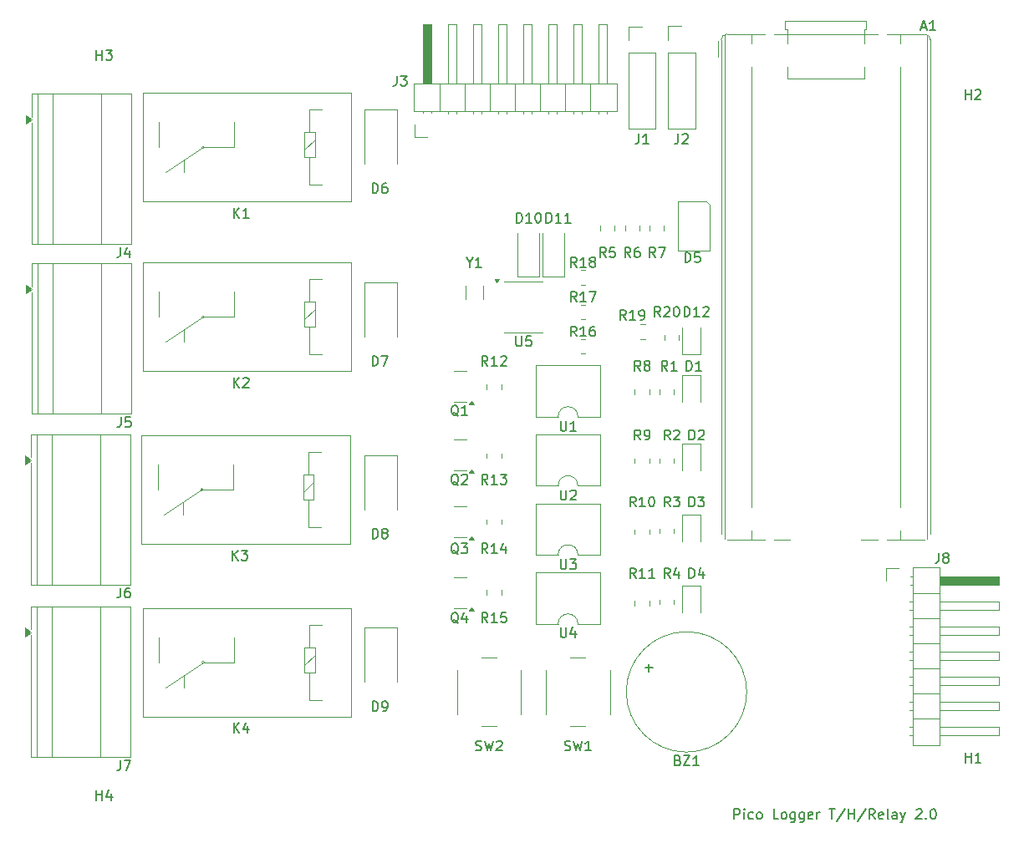
<source format=gbr>
%TF.GenerationSoftware,KiCad,Pcbnew,9.0.1*%
%TF.CreationDate,2025-06-21T17:37:17+02:00*%
%TF.ProjectId,PicoLogger,5069636f-4c6f-4676-9765-722e6b696361,rev?*%
%TF.SameCoordinates,Original*%
%TF.FileFunction,Legend,Top*%
%TF.FilePolarity,Positive*%
%FSLAX46Y46*%
G04 Gerber Fmt 4.6, Leading zero omitted, Abs format (unit mm)*
G04 Created by KiCad (PCBNEW 9.0.1) date 2025-06-21 17:37:17*
%MOMM*%
%LPD*%
G01*
G04 APERTURE LIST*
%ADD10C,0.150000*%
%ADD11C,0.120000*%
%ADD12C,0.100000*%
G04 APERTURE END LIST*
D10*
X170336779Y-127369819D02*
X170336779Y-126369819D01*
X170336779Y-126369819D02*
X170717731Y-126369819D01*
X170717731Y-126369819D02*
X170812969Y-126417438D01*
X170812969Y-126417438D02*
X170860588Y-126465057D01*
X170860588Y-126465057D02*
X170908207Y-126560295D01*
X170908207Y-126560295D02*
X170908207Y-126703152D01*
X170908207Y-126703152D02*
X170860588Y-126798390D01*
X170860588Y-126798390D02*
X170812969Y-126846009D01*
X170812969Y-126846009D02*
X170717731Y-126893628D01*
X170717731Y-126893628D02*
X170336779Y-126893628D01*
X171336779Y-127369819D02*
X171336779Y-126703152D01*
X171336779Y-126369819D02*
X171289160Y-126417438D01*
X171289160Y-126417438D02*
X171336779Y-126465057D01*
X171336779Y-126465057D02*
X171384398Y-126417438D01*
X171384398Y-126417438D02*
X171336779Y-126369819D01*
X171336779Y-126369819D02*
X171336779Y-126465057D01*
X172241540Y-127322200D02*
X172146302Y-127369819D01*
X172146302Y-127369819D02*
X171955826Y-127369819D01*
X171955826Y-127369819D02*
X171860588Y-127322200D01*
X171860588Y-127322200D02*
X171812969Y-127274580D01*
X171812969Y-127274580D02*
X171765350Y-127179342D01*
X171765350Y-127179342D02*
X171765350Y-126893628D01*
X171765350Y-126893628D02*
X171812969Y-126798390D01*
X171812969Y-126798390D02*
X171860588Y-126750771D01*
X171860588Y-126750771D02*
X171955826Y-126703152D01*
X171955826Y-126703152D02*
X172146302Y-126703152D01*
X172146302Y-126703152D02*
X172241540Y-126750771D01*
X172812969Y-127369819D02*
X172717731Y-127322200D01*
X172717731Y-127322200D02*
X172670112Y-127274580D01*
X172670112Y-127274580D02*
X172622493Y-127179342D01*
X172622493Y-127179342D02*
X172622493Y-126893628D01*
X172622493Y-126893628D02*
X172670112Y-126798390D01*
X172670112Y-126798390D02*
X172717731Y-126750771D01*
X172717731Y-126750771D02*
X172812969Y-126703152D01*
X172812969Y-126703152D02*
X172955826Y-126703152D01*
X172955826Y-126703152D02*
X173051064Y-126750771D01*
X173051064Y-126750771D02*
X173098683Y-126798390D01*
X173098683Y-126798390D02*
X173146302Y-126893628D01*
X173146302Y-126893628D02*
X173146302Y-127179342D01*
X173146302Y-127179342D02*
X173098683Y-127274580D01*
X173098683Y-127274580D02*
X173051064Y-127322200D01*
X173051064Y-127322200D02*
X172955826Y-127369819D01*
X172955826Y-127369819D02*
X172812969Y-127369819D01*
X174812969Y-127369819D02*
X174336779Y-127369819D01*
X174336779Y-127369819D02*
X174336779Y-126369819D01*
X175289160Y-127369819D02*
X175193922Y-127322200D01*
X175193922Y-127322200D02*
X175146303Y-127274580D01*
X175146303Y-127274580D02*
X175098684Y-127179342D01*
X175098684Y-127179342D02*
X175098684Y-126893628D01*
X175098684Y-126893628D02*
X175146303Y-126798390D01*
X175146303Y-126798390D02*
X175193922Y-126750771D01*
X175193922Y-126750771D02*
X175289160Y-126703152D01*
X175289160Y-126703152D02*
X175432017Y-126703152D01*
X175432017Y-126703152D02*
X175527255Y-126750771D01*
X175527255Y-126750771D02*
X175574874Y-126798390D01*
X175574874Y-126798390D02*
X175622493Y-126893628D01*
X175622493Y-126893628D02*
X175622493Y-127179342D01*
X175622493Y-127179342D02*
X175574874Y-127274580D01*
X175574874Y-127274580D02*
X175527255Y-127322200D01*
X175527255Y-127322200D02*
X175432017Y-127369819D01*
X175432017Y-127369819D02*
X175289160Y-127369819D01*
X176479636Y-126703152D02*
X176479636Y-127512676D01*
X176479636Y-127512676D02*
X176432017Y-127607914D01*
X176432017Y-127607914D02*
X176384398Y-127655533D01*
X176384398Y-127655533D02*
X176289160Y-127703152D01*
X176289160Y-127703152D02*
X176146303Y-127703152D01*
X176146303Y-127703152D02*
X176051065Y-127655533D01*
X176479636Y-127322200D02*
X176384398Y-127369819D01*
X176384398Y-127369819D02*
X176193922Y-127369819D01*
X176193922Y-127369819D02*
X176098684Y-127322200D01*
X176098684Y-127322200D02*
X176051065Y-127274580D01*
X176051065Y-127274580D02*
X176003446Y-127179342D01*
X176003446Y-127179342D02*
X176003446Y-126893628D01*
X176003446Y-126893628D02*
X176051065Y-126798390D01*
X176051065Y-126798390D02*
X176098684Y-126750771D01*
X176098684Y-126750771D02*
X176193922Y-126703152D01*
X176193922Y-126703152D02*
X176384398Y-126703152D01*
X176384398Y-126703152D02*
X176479636Y-126750771D01*
X177384398Y-126703152D02*
X177384398Y-127512676D01*
X177384398Y-127512676D02*
X177336779Y-127607914D01*
X177336779Y-127607914D02*
X177289160Y-127655533D01*
X177289160Y-127655533D02*
X177193922Y-127703152D01*
X177193922Y-127703152D02*
X177051065Y-127703152D01*
X177051065Y-127703152D02*
X176955827Y-127655533D01*
X177384398Y-127322200D02*
X177289160Y-127369819D01*
X177289160Y-127369819D02*
X177098684Y-127369819D01*
X177098684Y-127369819D02*
X177003446Y-127322200D01*
X177003446Y-127322200D02*
X176955827Y-127274580D01*
X176955827Y-127274580D02*
X176908208Y-127179342D01*
X176908208Y-127179342D02*
X176908208Y-126893628D01*
X176908208Y-126893628D02*
X176955827Y-126798390D01*
X176955827Y-126798390D02*
X177003446Y-126750771D01*
X177003446Y-126750771D02*
X177098684Y-126703152D01*
X177098684Y-126703152D02*
X177289160Y-126703152D01*
X177289160Y-126703152D02*
X177384398Y-126750771D01*
X178241541Y-127322200D02*
X178146303Y-127369819D01*
X178146303Y-127369819D02*
X177955827Y-127369819D01*
X177955827Y-127369819D02*
X177860589Y-127322200D01*
X177860589Y-127322200D02*
X177812970Y-127226961D01*
X177812970Y-127226961D02*
X177812970Y-126846009D01*
X177812970Y-126846009D02*
X177860589Y-126750771D01*
X177860589Y-126750771D02*
X177955827Y-126703152D01*
X177955827Y-126703152D02*
X178146303Y-126703152D01*
X178146303Y-126703152D02*
X178241541Y-126750771D01*
X178241541Y-126750771D02*
X178289160Y-126846009D01*
X178289160Y-126846009D02*
X178289160Y-126941247D01*
X178289160Y-126941247D02*
X177812970Y-127036485D01*
X178717732Y-127369819D02*
X178717732Y-126703152D01*
X178717732Y-126893628D02*
X178765351Y-126798390D01*
X178765351Y-126798390D02*
X178812970Y-126750771D01*
X178812970Y-126750771D02*
X178908208Y-126703152D01*
X178908208Y-126703152D02*
X179003446Y-126703152D01*
X179955828Y-126369819D02*
X180527256Y-126369819D01*
X180241542Y-127369819D02*
X180241542Y-126369819D01*
X181574875Y-126322200D02*
X180717733Y-127607914D01*
X181908209Y-127369819D02*
X181908209Y-126369819D01*
X181908209Y-126846009D02*
X182479637Y-126846009D01*
X182479637Y-127369819D02*
X182479637Y-126369819D01*
X183670113Y-126322200D02*
X182812971Y-127607914D01*
X184574875Y-127369819D02*
X184241542Y-126893628D01*
X184003447Y-127369819D02*
X184003447Y-126369819D01*
X184003447Y-126369819D02*
X184384399Y-126369819D01*
X184384399Y-126369819D02*
X184479637Y-126417438D01*
X184479637Y-126417438D02*
X184527256Y-126465057D01*
X184527256Y-126465057D02*
X184574875Y-126560295D01*
X184574875Y-126560295D02*
X184574875Y-126703152D01*
X184574875Y-126703152D02*
X184527256Y-126798390D01*
X184527256Y-126798390D02*
X184479637Y-126846009D01*
X184479637Y-126846009D02*
X184384399Y-126893628D01*
X184384399Y-126893628D02*
X184003447Y-126893628D01*
X185384399Y-127322200D02*
X185289161Y-127369819D01*
X185289161Y-127369819D02*
X185098685Y-127369819D01*
X185098685Y-127369819D02*
X185003447Y-127322200D01*
X185003447Y-127322200D02*
X184955828Y-127226961D01*
X184955828Y-127226961D02*
X184955828Y-126846009D01*
X184955828Y-126846009D02*
X185003447Y-126750771D01*
X185003447Y-126750771D02*
X185098685Y-126703152D01*
X185098685Y-126703152D02*
X185289161Y-126703152D01*
X185289161Y-126703152D02*
X185384399Y-126750771D01*
X185384399Y-126750771D02*
X185432018Y-126846009D01*
X185432018Y-126846009D02*
X185432018Y-126941247D01*
X185432018Y-126941247D02*
X184955828Y-127036485D01*
X186003447Y-127369819D02*
X185908209Y-127322200D01*
X185908209Y-127322200D02*
X185860590Y-127226961D01*
X185860590Y-127226961D02*
X185860590Y-126369819D01*
X186812971Y-127369819D02*
X186812971Y-126846009D01*
X186812971Y-126846009D02*
X186765352Y-126750771D01*
X186765352Y-126750771D02*
X186670114Y-126703152D01*
X186670114Y-126703152D02*
X186479638Y-126703152D01*
X186479638Y-126703152D02*
X186384400Y-126750771D01*
X186812971Y-127322200D02*
X186717733Y-127369819D01*
X186717733Y-127369819D02*
X186479638Y-127369819D01*
X186479638Y-127369819D02*
X186384400Y-127322200D01*
X186384400Y-127322200D02*
X186336781Y-127226961D01*
X186336781Y-127226961D02*
X186336781Y-127131723D01*
X186336781Y-127131723D02*
X186384400Y-127036485D01*
X186384400Y-127036485D02*
X186479638Y-126988866D01*
X186479638Y-126988866D02*
X186717733Y-126988866D01*
X186717733Y-126988866D02*
X186812971Y-126941247D01*
X187193924Y-126703152D02*
X187432019Y-127369819D01*
X187670114Y-126703152D02*
X187432019Y-127369819D01*
X187432019Y-127369819D02*
X187336781Y-127607914D01*
X187336781Y-127607914D02*
X187289162Y-127655533D01*
X187289162Y-127655533D02*
X187193924Y-127703152D01*
X188765353Y-126465057D02*
X188812972Y-126417438D01*
X188812972Y-126417438D02*
X188908210Y-126369819D01*
X188908210Y-126369819D02*
X189146305Y-126369819D01*
X189146305Y-126369819D02*
X189241543Y-126417438D01*
X189241543Y-126417438D02*
X189289162Y-126465057D01*
X189289162Y-126465057D02*
X189336781Y-126560295D01*
X189336781Y-126560295D02*
X189336781Y-126655533D01*
X189336781Y-126655533D02*
X189289162Y-126798390D01*
X189289162Y-126798390D02*
X188717734Y-127369819D01*
X188717734Y-127369819D02*
X189336781Y-127369819D01*
X189765353Y-127274580D02*
X189812972Y-127322200D01*
X189812972Y-127322200D02*
X189765353Y-127369819D01*
X189765353Y-127369819D02*
X189717734Y-127322200D01*
X189717734Y-127322200D02*
X189765353Y-127274580D01*
X189765353Y-127274580D02*
X189765353Y-127369819D01*
X190432019Y-126369819D02*
X190527257Y-126369819D01*
X190527257Y-126369819D02*
X190622495Y-126417438D01*
X190622495Y-126417438D02*
X190670114Y-126465057D01*
X190670114Y-126465057D02*
X190717733Y-126560295D01*
X190717733Y-126560295D02*
X190765352Y-126750771D01*
X190765352Y-126750771D02*
X190765352Y-126988866D01*
X190765352Y-126988866D02*
X190717733Y-127179342D01*
X190717733Y-127179342D02*
X190670114Y-127274580D01*
X190670114Y-127274580D02*
X190622495Y-127322200D01*
X190622495Y-127322200D02*
X190527257Y-127369819D01*
X190527257Y-127369819D02*
X190432019Y-127369819D01*
X190432019Y-127369819D02*
X190336781Y-127322200D01*
X190336781Y-127322200D02*
X190289162Y-127274580D01*
X190289162Y-127274580D02*
X190241543Y-127179342D01*
X190241543Y-127179342D02*
X190193924Y-126988866D01*
X190193924Y-126988866D02*
X190193924Y-126750771D01*
X190193924Y-126750771D02*
X190241543Y-126560295D01*
X190241543Y-126560295D02*
X190289162Y-126465057D01*
X190289162Y-126465057D02*
X190336781Y-126417438D01*
X190336781Y-126417438D02*
X190432019Y-126369819D01*
X191051666Y-100444819D02*
X191051666Y-101159104D01*
X191051666Y-101159104D02*
X191004047Y-101301961D01*
X191004047Y-101301961D02*
X190908809Y-101397200D01*
X190908809Y-101397200D02*
X190765952Y-101444819D01*
X190765952Y-101444819D02*
X190670714Y-101444819D01*
X191670714Y-100873390D02*
X191575476Y-100825771D01*
X191575476Y-100825771D02*
X191527857Y-100778152D01*
X191527857Y-100778152D02*
X191480238Y-100682914D01*
X191480238Y-100682914D02*
X191480238Y-100635295D01*
X191480238Y-100635295D02*
X191527857Y-100540057D01*
X191527857Y-100540057D02*
X191575476Y-100492438D01*
X191575476Y-100492438D02*
X191670714Y-100444819D01*
X191670714Y-100444819D02*
X191861190Y-100444819D01*
X191861190Y-100444819D02*
X191956428Y-100492438D01*
X191956428Y-100492438D02*
X192004047Y-100540057D01*
X192004047Y-100540057D02*
X192051666Y-100635295D01*
X192051666Y-100635295D02*
X192051666Y-100682914D01*
X192051666Y-100682914D02*
X192004047Y-100778152D01*
X192004047Y-100778152D02*
X191956428Y-100825771D01*
X191956428Y-100825771D02*
X191861190Y-100873390D01*
X191861190Y-100873390D02*
X191670714Y-100873390D01*
X191670714Y-100873390D02*
X191575476Y-100921009D01*
X191575476Y-100921009D02*
X191527857Y-100968628D01*
X191527857Y-100968628D02*
X191480238Y-101063866D01*
X191480238Y-101063866D02*
X191480238Y-101254342D01*
X191480238Y-101254342D02*
X191527857Y-101349580D01*
X191527857Y-101349580D02*
X191575476Y-101397200D01*
X191575476Y-101397200D02*
X191670714Y-101444819D01*
X191670714Y-101444819D02*
X191861190Y-101444819D01*
X191861190Y-101444819D02*
X191956428Y-101397200D01*
X191956428Y-101397200D02*
X192004047Y-101349580D01*
X192004047Y-101349580D02*
X192051666Y-101254342D01*
X192051666Y-101254342D02*
X192051666Y-101063866D01*
X192051666Y-101063866D02*
X192004047Y-100968628D01*
X192004047Y-100968628D02*
X191956428Y-100921009D01*
X191956428Y-100921009D02*
X191861190Y-100873390D01*
X154357142Y-71454819D02*
X154023809Y-70978628D01*
X153785714Y-71454819D02*
X153785714Y-70454819D01*
X153785714Y-70454819D02*
X154166666Y-70454819D01*
X154166666Y-70454819D02*
X154261904Y-70502438D01*
X154261904Y-70502438D02*
X154309523Y-70550057D01*
X154309523Y-70550057D02*
X154357142Y-70645295D01*
X154357142Y-70645295D02*
X154357142Y-70788152D01*
X154357142Y-70788152D02*
X154309523Y-70883390D01*
X154309523Y-70883390D02*
X154261904Y-70931009D01*
X154261904Y-70931009D02*
X154166666Y-70978628D01*
X154166666Y-70978628D02*
X153785714Y-70978628D01*
X155309523Y-71454819D02*
X154738095Y-71454819D01*
X155023809Y-71454819D02*
X155023809Y-70454819D01*
X155023809Y-70454819D02*
X154928571Y-70597676D01*
X154928571Y-70597676D02*
X154833333Y-70692914D01*
X154833333Y-70692914D02*
X154738095Y-70740533D01*
X155880952Y-70883390D02*
X155785714Y-70835771D01*
X155785714Y-70835771D02*
X155738095Y-70788152D01*
X155738095Y-70788152D02*
X155690476Y-70692914D01*
X155690476Y-70692914D02*
X155690476Y-70645295D01*
X155690476Y-70645295D02*
X155738095Y-70550057D01*
X155738095Y-70550057D02*
X155785714Y-70502438D01*
X155785714Y-70502438D02*
X155880952Y-70454819D01*
X155880952Y-70454819D02*
X156071428Y-70454819D01*
X156071428Y-70454819D02*
X156166666Y-70502438D01*
X156166666Y-70502438D02*
X156214285Y-70550057D01*
X156214285Y-70550057D02*
X156261904Y-70645295D01*
X156261904Y-70645295D02*
X156261904Y-70692914D01*
X156261904Y-70692914D02*
X156214285Y-70788152D01*
X156214285Y-70788152D02*
X156166666Y-70835771D01*
X156166666Y-70835771D02*
X156071428Y-70883390D01*
X156071428Y-70883390D02*
X155880952Y-70883390D01*
X155880952Y-70883390D02*
X155785714Y-70931009D01*
X155785714Y-70931009D02*
X155738095Y-70978628D01*
X155738095Y-70978628D02*
X155690476Y-71073866D01*
X155690476Y-71073866D02*
X155690476Y-71264342D01*
X155690476Y-71264342D02*
X155738095Y-71359580D01*
X155738095Y-71359580D02*
X155785714Y-71407200D01*
X155785714Y-71407200D02*
X155880952Y-71454819D01*
X155880952Y-71454819D02*
X156071428Y-71454819D01*
X156071428Y-71454819D02*
X156166666Y-71407200D01*
X156166666Y-71407200D02*
X156214285Y-71359580D01*
X156214285Y-71359580D02*
X156261904Y-71264342D01*
X156261904Y-71264342D02*
X156261904Y-71073866D01*
X156261904Y-71073866D02*
X156214285Y-70978628D01*
X156214285Y-70978628D02*
X156166666Y-70931009D01*
X156166666Y-70931009D02*
X156071428Y-70883390D01*
X165361905Y-70954819D02*
X165361905Y-69954819D01*
X165361905Y-69954819D02*
X165600000Y-69954819D01*
X165600000Y-69954819D02*
X165742857Y-70002438D01*
X165742857Y-70002438D02*
X165838095Y-70097676D01*
X165838095Y-70097676D02*
X165885714Y-70192914D01*
X165885714Y-70192914D02*
X165933333Y-70383390D01*
X165933333Y-70383390D02*
X165933333Y-70526247D01*
X165933333Y-70526247D02*
X165885714Y-70716723D01*
X165885714Y-70716723D02*
X165838095Y-70811961D01*
X165838095Y-70811961D02*
X165742857Y-70907200D01*
X165742857Y-70907200D02*
X165600000Y-70954819D01*
X165600000Y-70954819D02*
X165361905Y-70954819D01*
X166838095Y-69954819D02*
X166361905Y-69954819D01*
X166361905Y-69954819D02*
X166314286Y-70431009D01*
X166314286Y-70431009D02*
X166361905Y-70383390D01*
X166361905Y-70383390D02*
X166457143Y-70335771D01*
X166457143Y-70335771D02*
X166695238Y-70335771D01*
X166695238Y-70335771D02*
X166790476Y-70383390D01*
X166790476Y-70383390D02*
X166838095Y-70431009D01*
X166838095Y-70431009D02*
X166885714Y-70526247D01*
X166885714Y-70526247D02*
X166885714Y-70764342D01*
X166885714Y-70764342D02*
X166838095Y-70859580D01*
X166838095Y-70859580D02*
X166790476Y-70907200D01*
X166790476Y-70907200D02*
X166695238Y-70954819D01*
X166695238Y-70954819D02*
X166457143Y-70954819D01*
X166457143Y-70954819D02*
X166361905Y-70907200D01*
X166361905Y-70907200D02*
X166314286Y-70859580D01*
X162333333Y-70454819D02*
X162000000Y-69978628D01*
X161761905Y-70454819D02*
X161761905Y-69454819D01*
X161761905Y-69454819D02*
X162142857Y-69454819D01*
X162142857Y-69454819D02*
X162238095Y-69502438D01*
X162238095Y-69502438D02*
X162285714Y-69550057D01*
X162285714Y-69550057D02*
X162333333Y-69645295D01*
X162333333Y-69645295D02*
X162333333Y-69788152D01*
X162333333Y-69788152D02*
X162285714Y-69883390D01*
X162285714Y-69883390D02*
X162238095Y-69931009D01*
X162238095Y-69931009D02*
X162142857Y-69978628D01*
X162142857Y-69978628D02*
X161761905Y-69978628D01*
X162666667Y-69454819D02*
X163333333Y-69454819D01*
X163333333Y-69454819D02*
X162904762Y-70454819D01*
X148285714Y-66954819D02*
X148285714Y-65954819D01*
X148285714Y-65954819D02*
X148523809Y-65954819D01*
X148523809Y-65954819D02*
X148666666Y-66002438D01*
X148666666Y-66002438D02*
X148761904Y-66097676D01*
X148761904Y-66097676D02*
X148809523Y-66192914D01*
X148809523Y-66192914D02*
X148857142Y-66383390D01*
X148857142Y-66383390D02*
X148857142Y-66526247D01*
X148857142Y-66526247D02*
X148809523Y-66716723D01*
X148809523Y-66716723D02*
X148761904Y-66811961D01*
X148761904Y-66811961D02*
X148666666Y-66907200D01*
X148666666Y-66907200D02*
X148523809Y-66954819D01*
X148523809Y-66954819D02*
X148285714Y-66954819D01*
X149809523Y-66954819D02*
X149238095Y-66954819D01*
X149523809Y-66954819D02*
X149523809Y-65954819D01*
X149523809Y-65954819D02*
X149428571Y-66097676D01*
X149428571Y-66097676D02*
X149333333Y-66192914D01*
X149333333Y-66192914D02*
X149238095Y-66240533D01*
X150428571Y-65954819D02*
X150523809Y-65954819D01*
X150523809Y-65954819D02*
X150619047Y-66002438D01*
X150619047Y-66002438D02*
X150666666Y-66050057D01*
X150666666Y-66050057D02*
X150714285Y-66145295D01*
X150714285Y-66145295D02*
X150761904Y-66335771D01*
X150761904Y-66335771D02*
X150761904Y-66573866D01*
X150761904Y-66573866D02*
X150714285Y-66764342D01*
X150714285Y-66764342D02*
X150666666Y-66859580D01*
X150666666Y-66859580D02*
X150619047Y-66907200D01*
X150619047Y-66907200D02*
X150523809Y-66954819D01*
X150523809Y-66954819D02*
X150428571Y-66954819D01*
X150428571Y-66954819D02*
X150333333Y-66907200D01*
X150333333Y-66907200D02*
X150285714Y-66859580D01*
X150285714Y-66859580D02*
X150238095Y-66764342D01*
X150238095Y-66764342D02*
X150190476Y-66573866D01*
X150190476Y-66573866D02*
X150190476Y-66335771D01*
X150190476Y-66335771D02*
X150238095Y-66145295D01*
X150238095Y-66145295D02*
X150285714Y-66050057D01*
X150285714Y-66050057D02*
X150333333Y-66002438D01*
X150333333Y-66002438D02*
X150428571Y-65954819D01*
X163568333Y-81954819D02*
X163235000Y-81478628D01*
X162996905Y-81954819D02*
X162996905Y-80954819D01*
X162996905Y-80954819D02*
X163377857Y-80954819D01*
X163377857Y-80954819D02*
X163473095Y-81002438D01*
X163473095Y-81002438D02*
X163520714Y-81050057D01*
X163520714Y-81050057D02*
X163568333Y-81145295D01*
X163568333Y-81145295D02*
X163568333Y-81288152D01*
X163568333Y-81288152D02*
X163520714Y-81383390D01*
X163520714Y-81383390D02*
X163473095Y-81431009D01*
X163473095Y-81431009D02*
X163377857Y-81478628D01*
X163377857Y-81478628D02*
X162996905Y-81478628D01*
X164520714Y-81954819D02*
X163949286Y-81954819D01*
X164235000Y-81954819D02*
X164235000Y-80954819D01*
X164235000Y-80954819D02*
X164139762Y-81097676D01*
X164139762Y-81097676D02*
X164044524Y-81192914D01*
X164044524Y-81192914D02*
X163949286Y-81240533D01*
X165761905Y-95724819D02*
X165761905Y-94724819D01*
X165761905Y-94724819D02*
X166000000Y-94724819D01*
X166000000Y-94724819D02*
X166142857Y-94772438D01*
X166142857Y-94772438D02*
X166238095Y-94867676D01*
X166238095Y-94867676D02*
X166285714Y-94962914D01*
X166285714Y-94962914D02*
X166333333Y-95153390D01*
X166333333Y-95153390D02*
X166333333Y-95296247D01*
X166333333Y-95296247D02*
X166285714Y-95486723D01*
X166285714Y-95486723D02*
X166238095Y-95581961D01*
X166238095Y-95581961D02*
X166142857Y-95677200D01*
X166142857Y-95677200D02*
X166000000Y-95724819D01*
X166000000Y-95724819D02*
X165761905Y-95724819D01*
X166666667Y-94724819D02*
X167285714Y-94724819D01*
X167285714Y-94724819D02*
X166952381Y-95105771D01*
X166952381Y-95105771D02*
X167095238Y-95105771D01*
X167095238Y-95105771D02*
X167190476Y-95153390D01*
X167190476Y-95153390D02*
X167238095Y-95201009D01*
X167238095Y-95201009D02*
X167285714Y-95296247D01*
X167285714Y-95296247D02*
X167285714Y-95534342D01*
X167285714Y-95534342D02*
X167238095Y-95629580D01*
X167238095Y-95629580D02*
X167190476Y-95677200D01*
X167190476Y-95677200D02*
X167095238Y-95724819D01*
X167095238Y-95724819D02*
X166809524Y-95724819D01*
X166809524Y-95724819D02*
X166714286Y-95677200D01*
X166714286Y-95677200D02*
X166666667Y-95629580D01*
X193738095Y-54454819D02*
X193738095Y-53454819D01*
X193738095Y-53931009D02*
X194309523Y-53931009D01*
X194309523Y-54454819D02*
X194309523Y-53454819D01*
X194738095Y-53550057D02*
X194785714Y-53502438D01*
X194785714Y-53502438D02*
X194880952Y-53454819D01*
X194880952Y-53454819D02*
X195119047Y-53454819D01*
X195119047Y-53454819D02*
X195214285Y-53502438D01*
X195214285Y-53502438D02*
X195261904Y-53550057D01*
X195261904Y-53550057D02*
X195309523Y-53645295D01*
X195309523Y-53645295D02*
X195309523Y-53740533D01*
X195309523Y-53740533D02*
X195261904Y-53883390D01*
X195261904Y-53883390D02*
X194690476Y-54454819D01*
X194690476Y-54454819D02*
X195309523Y-54454819D01*
X160666666Y-57954819D02*
X160666666Y-58669104D01*
X160666666Y-58669104D02*
X160619047Y-58811961D01*
X160619047Y-58811961D02*
X160523809Y-58907200D01*
X160523809Y-58907200D02*
X160380952Y-58954819D01*
X160380952Y-58954819D02*
X160285714Y-58954819D01*
X161666666Y-58954819D02*
X161095238Y-58954819D01*
X161380952Y-58954819D02*
X161380952Y-57954819D01*
X161380952Y-57954819D02*
X161285714Y-58097676D01*
X161285714Y-58097676D02*
X161190476Y-58192914D01*
X161190476Y-58192914D02*
X161095238Y-58240533D01*
X157333333Y-70454819D02*
X157000000Y-69978628D01*
X156761905Y-70454819D02*
X156761905Y-69454819D01*
X156761905Y-69454819D02*
X157142857Y-69454819D01*
X157142857Y-69454819D02*
X157238095Y-69502438D01*
X157238095Y-69502438D02*
X157285714Y-69550057D01*
X157285714Y-69550057D02*
X157333333Y-69645295D01*
X157333333Y-69645295D02*
X157333333Y-69788152D01*
X157333333Y-69788152D02*
X157285714Y-69883390D01*
X157285714Y-69883390D02*
X157238095Y-69931009D01*
X157238095Y-69931009D02*
X157142857Y-69978628D01*
X157142857Y-69978628D02*
X156761905Y-69978628D01*
X158238095Y-69454819D02*
X157761905Y-69454819D01*
X157761905Y-69454819D02*
X157714286Y-69931009D01*
X157714286Y-69931009D02*
X157761905Y-69883390D01*
X157761905Y-69883390D02*
X157857143Y-69835771D01*
X157857143Y-69835771D02*
X158095238Y-69835771D01*
X158095238Y-69835771D02*
X158190476Y-69883390D01*
X158190476Y-69883390D02*
X158238095Y-69931009D01*
X158238095Y-69931009D02*
X158285714Y-70026247D01*
X158285714Y-70026247D02*
X158285714Y-70264342D01*
X158285714Y-70264342D02*
X158238095Y-70359580D01*
X158238095Y-70359580D02*
X158190476Y-70407200D01*
X158190476Y-70407200D02*
X158095238Y-70454819D01*
X158095238Y-70454819D02*
X157857143Y-70454819D01*
X157857143Y-70454819D02*
X157761905Y-70407200D01*
X157761905Y-70407200D02*
X157714286Y-70359580D01*
X159357142Y-76804819D02*
X159023809Y-76328628D01*
X158785714Y-76804819D02*
X158785714Y-75804819D01*
X158785714Y-75804819D02*
X159166666Y-75804819D01*
X159166666Y-75804819D02*
X159261904Y-75852438D01*
X159261904Y-75852438D02*
X159309523Y-75900057D01*
X159309523Y-75900057D02*
X159357142Y-75995295D01*
X159357142Y-75995295D02*
X159357142Y-76138152D01*
X159357142Y-76138152D02*
X159309523Y-76233390D01*
X159309523Y-76233390D02*
X159261904Y-76281009D01*
X159261904Y-76281009D02*
X159166666Y-76328628D01*
X159166666Y-76328628D02*
X158785714Y-76328628D01*
X160309523Y-76804819D02*
X159738095Y-76804819D01*
X160023809Y-76804819D02*
X160023809Y-75804819D01*
X160023809Y-75804819D02*
X159928571Y-75947676D01*
X159928571Y-75947676D02*
X159833333Y-76042914D01*
X159833333Y-76042914D02*
X159738095Y-76090533D01*
X160785714Y-76804819D02*
X160976190Y-76804819D01*
X160976190Y-76804819D02*
X161071428Y-76757200D01*
X161071428Y-76757200D02*
X161119047Y-76709580D01*
X161119047Y-76709580D02*
X161214285Y-76566723D01*
X161214285Y-76566723D02*
X161261904Y-76376247D01*
X161261904Y-76376247D02*
X161261904Y-75995295D01*
X161261904Y-75995295D02*
X161214285Y-75900057D01*
X161214285Y-75900057D02*
X161166666Y-75852438D01*
X161166666Y-75852438D02*
X161071428Y-75804819D01*
X161071428Y-75804819D02*
X160880952Y-75804819D01*
X160880952Y-75804819D02*
X160785714Y-75852438D01*
X160785714Y-75852438D02*
X160738095Y-75900057D01*
X160738095Y-75900057D02*
X160690476Y-75995295D01*
X160690476Y-75995295D02*
X160690476Y-76233390D01*
X160690476Y-76233390D02*
X160738095Y-76328628D01*
X160738095Y-76328628D02*
X160785714Y-76376247D01*
X160785714Y-76376247D02*
X160880952Y-76423866D01*
X160880952Y-76423866D02*
X161071428Y-76423866D01*
X161071428Y-76423866D02*
X161166666Y-76376247D01*
X161166666Y-76376247D02*
X161214285Y-76328628D01*
X161214285Y-76328628D02*
X161261904Y-76233390D01*
X144166667Y-120407200D02*
X144309524Y-120454819D01*
X144309524Y-120454819D02*
X144547619Y-120454819D01*
X144547619Y-120454819D02*
X144642857Y-120407200D01*
X144642857Y-120407200D02*
X144690476Y-120359580D01*
X144690476Y-120359580D02*
X144738095Y-120264342D01*
X144738095Y-120264342D02*
X144738095Y-120169104D01*
X144738095Y-120169104D02*
X144690476Y-120073866D01*
X144690476Y-120073866D02*
X144642857Y-120026247D01*
X144642857Y-120026247D02*
X144547619Y-119978628D01*
X144547619Y-119978628D02*
X144357143Y-119931009D01*
X144357143Y-119931009D02*
X144261905Y-119883390D01*
X144261905Y-119883390D02*
X144214286Y-119835771D01*
X144214286Y-119835771D02*
X144166667Y-119740533D01*
X144166667Y-119740533D02*
X144166667Y-119645295D01*
X144166667Y-119645295D02*
X144214286Y-119550057D01*
X144214286Y-119550057D02*
X144261905Y-119502438D01*
X144261905Y-119502438D02*
X144357143Y-119454819D01*
X144357143Y-119454819D02*
X144595238Y-119454819D01*
X144595238Y-119454819D02*
X144738095Y-119502438D01*
X145071429Y-119454819D02*
X145309524Y-120454819D01*
X145309524Y-120454819D02*
X145500000Y-119740533D01*
X145500000Y-119740533D02*
X145690476Y-120454819D01*
X145690476Y-120454819D02*
X145928572Y-119454819D01*
X146261905Y-119550057D02*
X146309524Y-119502438D01*
X146309524Y-119502438D02*
X146404762Y-119454819D01*
X146404762Y-119454819D02*
X146642857Y-119454819D01*
X146642857Y-119454819D02*
X146738095Y-119502438D01*
X146738095Y-119502438D02*
X146785714Y-119550057D01*
X146785714Y-119550057D02*
X146833333Y-119645295D01*
X146833333Y-119645295D02*
X146833333Y-119740533D01*
X146833333Y-119740533D02*
X146785714Y-119883390D01*
X146785714Y-119883390D02*
X146214286Y-120454819D01*
X146214286Y-120454819D02*
X146833333Y-120454819D01*
X133689405Y-116454819D02*
X133689405Y-115454819D01*
X133689405Y-115454819D02*
X133927500Y-115454819D01*
X133927500Y-115454819D02*
X134070357Y-115502438D01*
X134070357Y-115502438D02*
X134165595Y-115597676D01*
X134165595Y-115597676D02*
X134213214Y-115692914D01*
X134213214Y-115692914D02*
X134260833Y-115883390D01*
X134260833Y-115883390D02*
X134260833Y-116026247D01*
X134260833Y-116026247D02*
X134213214Y-116216723D01*
X134213214Y-116216723D02*
X134165595Y-116311961D01*
X134165595Y-116311961D02*
X134070357Y-116407200D01*
X134070357Y-116407200D02*
X133927500Y-116454819D01*
X133927500Y-116454819D02*
X133689405Y-116454819D01*
X134737024Y-116454819D02*
X134927500Y-116454819D01*
X134927500Y-116454819D02*
X135022738Y-116407200D01*
X135022738Y-116407200D02*
X135070357Y-116359580D01*
X135070357Y-116359580D02*
X135165595Y-116216723D01*
X135165595Y-116216723D02*
X135213214Y-116026247D01*
X135213214Y-116026247D02*
X135213214Y-115645295D01*
X135213214Y-115645295D02*
X135165595Y-115550057D01*
X135165595Y-115550057D02*
X135117976Y-115502438D01*
X135117976Y-115502438D02*
X135022738Y-115454819D01*
X135022738Y-115454819D02*
X134832262Y-115454819D01*
X134832262Y-115454819D02*
X134737024Y-115502438D01*
X134737024Y-115502438D02*
X134689405Y-115550057D01*
X134689405Y-115550057D02*
X134641786Y-115645295D01*
X134641786Y-115645295D02*
X134641786Y-115883390D01*
X134641786Y-115883390D02*
X134689405Y-115978628D01*
X134689405Y-115978628D02*
X134737024Y-116026247D01*
X134737024Y-116026247D02*
X134832262Y-116073866D01*
X134832262Y-116073866D02*
X135022738Y-116073866D01*
X135022738Y-116073866D02*
X135117976Y-116026247D01*
X135117976Y-116026247D02*
X135165595Y-115978628D01*
X135165595Y-115978628D02*
X135213214Y-115883390D01*
X145357142Y-107454819D02*
X145023809Y-106978628D01*
X144785714Y-107454819D02*
X144785714Y-106454819D01*
X144785714Y-106454819D02*
X145166666Y-106454819D01*
X145166666Y-106454819D02*
X145261904Y-106502438D01*
X145261904Y-106502438D02*
X145309523Y-106550057D01*
X145309523Y-106550057D02*
X145357142Y-106645295D01*
X145357142Y-106645295D02*
X145357142Y-106788152D01*
X145357142Y-106788152D02*
X145309523Y-106883390D01*
X145309523Y-106883390D02*
X145261904Y-106931009D01*
X145261904Y-106931009D02*
X145166666Y-106978628D01*
X145166666Y-106978628D02*
X144785714Y-106978628D01*
X146309523Y-107454819D02*
X145738095Y-107454819D01*
X146023809Y-107454819D02*
X146023809Y-106454819D01*
X146023809Y-106454819D02*
X145928571Y-106597676D01*
X145928571Y-106597676D02*
X145833333Y-106692914D01*
X145833333Y-106692914D02*
X145738095Y-106740533D01*
X147214285Y-106454819D02*
X146738095Y-106454819D01*
X146738095Y-106454819D02*
X146690476Y-106931009D01*
X146690476Y-106931009D02*
X146738095Y-106883390D01*
X146738095Y-106883390D02*
X146833333Y-106835771D01*
X146833333Y-106835771D02*
X147071428Y-106835771D01*
X147071428Y-106835771D02*
X147166666Y-106883390D01*
X147166666Y-106883390D02*
X147214285Y-106931009D01*
X147214285Y-106931009D02*
X147261904Y-107026247D01*
X147261904Y-107026247D02*
X147261904Y-107264342D01*
X147261904Y-107264342D02*
X147214285Y-107359580D01*
X147214285Y-107359580D02*
X147166666Y-107407200D01*
X147166666Y-107407200D02*
X147071428Y-107454819D01*
X147071428Y-107454819D02*
X146833333Y-107454819D01*
X146833333Y-107454819D02*
X146738095Y-107407200D01*
X146738095Y-107407200D02*
X146690476Y-107359580D01*
X105738095Y-125454819D02*
X105738095Y-124454819D01*
X105738095Y-124931009D02*
X106309523Y-124931009D01*
X106309523Y-125454819D02*
X106309523Y-124454819D01*
X107214285Y-124788152D02*
X107214285Y-125454819D01*
X106976190Y-124407200D02*
X106738095Y-125121485D01*
X106738095Y-125121485D02*
X107357142Y-125121485D01*
X119636905Y-83654819D02*
X119636905Y-82654819D01*
X120208333Y-83654819D02*
X119779762Y-83083390D01*
X120208333Y-82654819D02*
X119636905Y-83226247D01*
X120589286Y-82750057D02*
X120636905Y-82702438D01*
X120636905Y-82702438D02*
X120732143Y-82654819D01*
X120732143Y-82654819D02*
X120970238Y-82654819D01*
X120970238Y-82654819D02*
X121065476Y-82702438D01*
X121065476Y-82702438D02*
X121113095Y-82750057D01*
X121113095Y-82750057D02*
X121160714Y-82845295D01*
X121160714Y-82845295D02*
X121160714Y-82940533D01*
X121160714Y-82940533D02*
X121113095Y-83083390D01*
X121113095Y-83083390D02*
X120541667Y-83654819D01*
X120541667Y-83654819D02*
X121160714Y-83654819D01*
X160357142Y-102954819D02*
X160023809Y-102478628D01*
X159785714Y-102954819D02*
X159785714Y-101954819D01*
X159785714Y-101954819D02*
X160166666Y-101954819D01*
X160166666Y-101954819D02*
X160261904Y-102002438D01*
X160261904Y-102002438D02*
X160309523Y-102050057D01*
X160309523Y-102050057D02*
X160357142Y-102145295D01*
X160357142Y-102145295D02*
X160357142Y-102288152D01*
X160357142Y-102288152D02*
X160309523Y-102383390D01*
X160309523Y-102383390D02*
X160261904Y-102431009D01*
X160261904Y-102431009D02*
X160166666Y-102478628D01*
X160166666Y-102478628D02*
X159785714Y-102478628D01*
X161309523Y-102954819D02*
X160738095Y-102954819D01*
X161023809Y-102954819D02*
X161023809Y-101954819D01*
X161023809Y-101954819D02*
X160928571Y-102097676D01*
X160928571Y-102097676D02*
X160833333Y-102192914D01*
X160833333Y-102192914D02*
X160738095Y-102240533D01*
X162261904Y-102954819D02*
X161690476Y-102954819D01*
X161976190Y-102954819D02*
X161976190Y-101954819D01*
X161976190Y-101954819D02*
X161880952Y-102097676D01*
X161880952Y-102097676D02*
X161785714Y-102192914D01*
X161785714Y-102192914D02*
X161690476Y-102240533D01*
X108166666Y-103954819D02*
X108166666Y-104669104D01*
X108166666Y-104669104D02*
X108119047Y-104811961D01*
X108119047Y-104811961D02*
X108023809Y-104907200D01*
X108023809Y-104907200D02*
X107880952Y-104954819D01*
X107880952Y-104954819D02*
X107785714Y-104954819D01*
X109071428Y-103954819D02*
X108880952Y-103954819D01*
X108880952Y-103954819D02*
X108785714Y-104002438D01*
X108785714Y-104002438D02*
X108738095Y-104050057D01*
X108738095Y-104050057D02*
X108642857Y-104192914D01*
X108642857Y-104192914D02*
X108595238Y-104383390D01*
X108595238Y-104383390D02*
X108595238Y-104764342D01*
X108595238Y-104764342D02*
X108642857Y-104859580D01*
X108642857Y-104859580D02*
X108690476Y-104907200D01*
X108690476Y-104907200D02*
X108785714Y-104954819D01*
X108785714Y-104954819D02*
X108976190Y-104954819D01*
X108976190Y-104954819D02*
X109071428Y-104907200D01*
X109071428Y-104907200D02*
X109119047Y-104859580D01*
X109119047Y-104859580D02*
X109166666Y-104764342D01*
X109166666Y-104764342D02*
X109166666Y-104526247D01*
X109166666Y-104526247D02*
X109119047Y-104431009D01*
X109119047Y-104431009D02*
X109071428Y-104383390D01*
X109071428Y-104383390D02*
X108976190Y-104335771D01*
X108976190Y-104335771D02*
X108785714Y-104335771D01*
X108785714Y-104335771D02*
X108690476Y-104383390D01*
X108690476Y-104383390D02*
X108642857Y-104431009D01*
X108642857Y-104431009D02*
X108595238Y-104526247D01*
X152738095Y-101054819D02*
X152738095Y-101864342D01*
X152738095Y-101864342D02*
X152785714Y-101959580D01*
X152785714Y-101959580D02*
X152833333Y-102007200D01*
X152833333Y-102007200D02*
X152928571Y-102054819D01*
X152928571Y-102054819D02*
X153119047Y-102054819D01*
X153119047Y-102054819D02*
X153214285Y-102007200D01*
X153214285Y-102007200D02*
X153261904Y-101959580D01*
X153261904Y-101959580D02*
X153309523Y-101864342D01*
X153309523Y-101864342D02*
X153309523Y-101054819D01*
X153690476Y-101054819D02*
X154309523Y-101054819D01*
X154309523Y-101054819D02*
X153976190Y-101435771D01*
X153976190Y-101435771D02*
X154119047Y-101435771D01*
X154119047Y-101435771D02*
X154214285Y-101483390D01*
X154214285Y-101483390D02*
X154261904Y-101531009D01*
X154261904Y-101531009D02*
X154309523Y-101626247D01*
X154309523Y-101626247D02*
X154309523Y-101864342D01*
X154309523Y-101864342D02*
X154261904Y-101959580D01*
X154261904Y-101959580D02*
X154214285Y-102007200D01*
X154214285Y-102007200D02*
X154119047Y-102054819D01*
X154119047Y-102054819D02*
X153833333Y-102054819D01*
X153833333Y-102054819D02*
X153738095Y-102007200D01*
X153738095Y-102007200D02*
X153690476Y-101959580D01*
X165761905Y-88954819D02*
X165761905Y-87954819D01*
X165761905Y-87954819D02*
X166000000Y-87954819D01*
X166000000Y-87954819D02*
X166142857Y-88002438D01*
X166142857Y-88002438D02*
X166238095Y-88097676D01*
X166238095Y-88097676D02*
X166285714Y-88192914D01*
X166285714Y-88192914D02*
X166333333Y-88383390D01*
X166333333Y-88383390D02*
X166333333Y-88526247D01*
X166333333Y-88526247D02*
X166285714Y-88716723D01*
X166285714Y-88716723D02*
X166238095Y-88811961D01*
X166238095Y-88811961D02*
X166142857Y-88907200D01*
X166142857Y-88907200D02*
X166000000Y-88954819D01*
X166000000Y-88954819D02*
X165761905Y-88954819D01*
X166714286Y-88050057D02*
X166761905Y-88002438D01*
X166761905Y-88002438D02*
X166857143Y-87954819D01*
X166857143Y-87954819D02*
X167095238Y-87954819D01*
X167095238Y-87954819D02*
X167190476Y-88002438D01*
X167190476Y-88002438D02*
X167238095Y-88050057D01*
X167238095Y-88050057D02*
X167285714Y-88145295D01*
X167285714Y-88145295D02*
X167285714Y-88240533D01*
X167285714Y-88240533D02*
X167238095Y-88383390D01*
X167238095Y-88383390D02*
X166666667Y-88954819D01*
X166666667Y-88954819D02*
X167285714Y-88954819D01*
X164666666Y-57954819D02*
X164666666Y-58669104D01*
X164666666Y-58669104D02*
X164619047Y-58811961D01*
X164619047Y-58811961D02*
X164523809Y-58907200D01*
X164523809Y-58907200D02*
X164380952Y-58954819D01*
X164380952Y-58954819D02*
X164285714Y-58954819D01*
X165095238Y-58050057D02*
X165142857Y-58002438D01*
X165142857Y-58002438D02*
X165238095Y-57954819D01*
X165238095Y-57954819D02*
X165476190Y-57954819D01*
X165476190Y-57954819D02*
X165571428Y-58002438D01*
X165571428Y-58002438D02*
X165619047Y-58050057D01*
X165619047Y-58050057D02*
X165666666Y-58145295D01*
X165666666Y-58145295D02*
X165666666Y-58240533D01*
X165666666Y-58240533D02*
X165619047Y-58383390D01*
X165619047Y-58383390D02*
X165047619Y-58954819D01*
X165047619Y-58954819D02*
X165666666Y-58954819D01*
X145357142Y-93454819D02*
X145023809Y-92978628D01*
X144785714Y-93454819D02*
X144785714Y-92454819D01*
X144785714Y-92454819D02*
X145166666Y-92454819D01*
X145166666Y-92454819D02*
X145261904Y-92502438D01*
X145261904Y-92502438D02*
X145309523Y-92550057D01*
X145309523Y-92550057D02*
X145357142Y-92645295D01*
X145357142Y-92645295D02*
X145357142Y-92788152D01*
X145357142Y-92788152D02*
X145309523Y-92883390D01*
X145309523Y-92883390D02*
X145261904Y-92931009D01*
X145261904Y-92931009D02*
X145166666Y-92978628D01*
X145166666Y-92978628D02*
X144785714Y-92978628D01*
X146309523Y-93454819D02*
X145738095Y-93454819D01*
X146023809Y-93454819D02*
X146023809Y-92454819D01*
X146023809Y-92454819D02*
X145928571Y-92597676D01*
X145928571Y-92597676D02*
X145833333Y-92692914D01*
X145833333Y-92692914D02*
X145738095Y-92740533D01*
X146642857Y-92454819D02*
X147261904Y-92454819D01*
X147261904Y-92454819D02*
X146928571Y-92835771D01*
X146928571Y-92835771D02*
X147071428Y-92835771D01*
X147071428Y-92835771D02*
X147166666Y-92883390D01*
X147166666Y-92883390D02*
X147214285Y-92931009D01*
X147214285Y-92931009D02*
X147261904Y-93026247D01*
X147261904Y-93026247D02*
X147261904Y-93264342D01*
X147261904Y-93264342D02*
X147214285Y-93359580D01*
X147214285Y-93359580D02*
X147166666Y-93407200D01*
X147166666Y-93407200D02*
X147071428Y-93454819D01*
X147071428Y-93454819D02*
X146785714Y-93454819D01*
X146785714Y-93454819D02*
X146690476Y-93407200D01*
X146690476Y-93407200D02*
X146642857Y-93359580D01*
X105738095Y-50454819D02*
X105738095Y-49454819D01*
X105738095Y-49931009D02*
X106309523Y-49931009D01*
X106309523Y-50454819D02*
X106309523Y-49454819D01*
X106690476Y-49454819D02*
X107309523Y-49454819D01*
X107309523Y-49454819D02*
X106976190Y-49835771D01*
X106976190Y-49835771D02*
X107119047Y-49835771D01*
X107119047Y-49835771D02*
X107214285Y-49883390D01*
X107214285Y-49883390D02*
X107261904Y-49931009D01*
X107261904Y-49931009D02*
X107309523Y-50026247D01*
X107309523Y-50026247D02*
X107309523Y-50264342D01*
X107309523Y-50264342D02*
X107261904Y-50359580D01*
X107261904Y-50359580D02*
X107214285Y-50407200D01*
X107214285Y-50407200D02*
X107119047Y-50454819D01*
X107119047Y-50454819D02*
X106833333Y-50454819D01*
X106833333Y-50454819D02*
X106738095Y-50407200D01*
X106738095Y-50407200D02*
X106690476Y-50359580D01*
X193738095Y-121654819D02*
X193738095Y-120654819D01*
X193738095Y-121131009D02*
X194309523Y-121131009D01*
X194309523Y-121654819D02*
X194309523Y-120654819D01*
X195309523Y-121654819D02*
X194738095Y-121654819D01*
X195023809Y-121654819D02*
X195023809Y-120654819D01*
X195023809Y-120654819D02*
X194928571Y-120797676D01*
X194928571Y-120797676D02*
X194833333Y-120892914D01*
X194833333Y-120892914D02*
X194738095Y-120940533D01*
X189289160Y-47169104D02*
X189765350Y-47169104D01*
X189193922Y-47454819D02*
X189527255Y-46454819D01*
X189527255Y-46454819D02*
X189860588Y-47454819D01*
X190717731Y-47454819D02*
X190146303Y-47454819D01*
X190432017Y-47454819D02*
X190432017Y-46454819D01*
X190432017Y-46454819D02*
X190336779Y-46597676D01*
X190336779Y-46597676D02*
X190241541Y-46692914D01*
X190241541Y-46692914D02*
X190146303Y-46740533D01*
X148238095Y-78454819D02*
X148238095Y-79264342D01*
X148238095Y-79264342D02*
X148285714Y-79359580D01*
X148285714Y-79359580D02*
X148333333Y-79407200D01*
X148333333Y-79407200D02*
X148428571Y-79454819D01*
X148428571Y-79454819D02*
X148619047Y-79454819D01*
X148619047Y-79454819D02*
X148714285Y-79407200D01*
X148714285Y-79407200D02*
X148761904Y-79359580D01*
X148761904Y-79359580D02*
X148809523Y-79264342D01*
X148809523Y-79264342D02*
X148809523Y-78454819D01*
X149761904Y-78454819D02*
X149285714Y-78454819D01*
X149285714Y-78454819D02*
X149238095Y-78931009D01*
X149238095Y-78931009D02*
X149285714Y-78883390D01*
X149285714Y-78883390D02*
X149380952Y-78835771D01*
X149380952Y-78835771D02*
X149619047Y-78835771D01*
X149619047Y-78835771D02*
X149714285Y-78883390D01*
X149714285Y-78883390D02*
X149761904Y-78931009D01*
X149761904Y-78931009D02*
X149809523Y-79026247D01*
X149809523Y-79026247D02*
X149809523Y-79264342D01*
X149809523Y-79264342D02*
X149761904Y-79359580D01*
X149761904Y-79359580D02*
X149714285Y-79407200D01*
X149714285Y-79407200D02*
X149619047Y-79454819D01*
X149619047Y-79454819D02*
X149380952Y-79454819D01*
X149380952Y-79454819D02*
X149285714Y-79407200D01*
X149285714Y-79407200D02*
X149238095Y-79359580D01*
X152738095Y-94054819D02*
X152738095Y-94864342D01*
X152738095Y-94864342D02*
X152785714Y-94959580D01*
X152785714Y-94959580D02*
X152833333Y-95007200D01*
X152833333Y-95007200D02*
X152928571Y-95054819D01*
X152928571Y-95054819D02*
X153119047Y-95054819D01*
X153119047Y-95054819D02*
X153214285Y-95007200D01*
X153214285Y-95007200D02*
X153261904Y-94959580D01*
X153261904Y-94959580D02*
X153309523Y-94864342D01*
X153309523Y-94864342D02*
X153309523Y-94054819D01*
X153738095Y-94150057D02*
X153785714Y-94102438D01*
X153785714Y-94102438D02*
X153880952Y-94054819D01*
X153880952Y-94054819D02*
X154119047Y-94054819D01*
X154119047Y-94054819D02*
X154214285Y-94102438D01*
X154214285Y-94102438D02*
X154261904Y-94150057D01*
X154261904Y-94150057D02*
X154309523Y-94245295D01*
X154309523Y-94245295D02*
X154309523Y-94340533D01*
X154309523Y-94340533D02*
X154261904Y-94483390D01*
X154261904Y-94483390D02*
X153690476Y-95054819D01*
X153690476Y-95054819D02*
X154309523Y-95054819D01*
X142404761Y-86550057D02*
X142309523Y-86502438D01*
X142309523Y-86502438D02*
X142214285Y-86407200D01*
X142214285Y-86407200D02*
X142071428Y-86264342D01*
X142071428Y-86264342D02*
X141976190Y-86216723D01*
X141976190Y-86216723D02*
X141880952Y-86216723D01*
X141928571Y-86454819D02*
X141833333Y-86407200D01*
X141833333Y-86407200D02*
X141738095Y-86311961D01*
X141738095Y-86311961D02*
X141690476Y-86121485D01*
X141690476Y-86121485D02*
X141690476Y-85788152D01*
X141690476Y-85788152D02*
X141738095Y-85597676D01*
X141738095Y-85597676D02*
X141833333Y-85502438D01*
X141833333Y-85502438D02*
X141928571Y-85454819D01*
X141928571Y-85454819D02*
X142119047Y-85454819D01*
X142119047Y-85454819D02*
X142214285Y-85502438D01*
X142214285Y-85502438D02*
X142309523Y-85597676D01*
X142309523Y-85597676D02*
X142357142Y-85788152D01*
X142357142Y-85788152D02*
X142357142Y-86121485D01*
X142357142Y-86121485D02*
X142309523Y-86311961D01*
X142309523Y-86311961D02*
X142214285Y-86407200D01*
X142214285Y-86407200D02*
X142119047Y-86454819D01*
X142119047Y-86454819D02*
X141928571Y-86454819D01*
X143309523Y-86454819D02*
X142738095Y-86454819D01*
X143023809Y-86454819D02*
X143023809Y-85454819D01*
X143023809Y-85454819D02*
X142928571Y-85597676D01*
X142928571Y-85597676D02*
X142833333Y-85692914D01*
X142833333Y-85692914D02*
X142738095Y-85740533D01*
X145357142Y-81454819D02*
X145023809Y-80978628D01*
X144785714Y-81454819D02*
X144785714Y-80454819D01*
X144785714Y-80454819D02*
X145166666Y-80454819D01*
X145166666Y-80454819D02*
X145261904Y-80502438D01*
X145261904Y-80502438D02*
X145309523Y-80550057D01*
X145309523Y-80550057D02*
X145357142Y-80645295D01*
X145357142Y-80645295D02*
X145357142Y-80788152D01*
X145357142Y-80788152D02*
X145309523Y-80883390D01*
X145309523Y-80883390D02*
X145261904Y-80931009D01*
X145261904Y-80931009D02*
X145166666Y-80978628D01*
X145166666Y-80978628D02*
X144785714Y-80978628D01*
X146309523Y-81454819D02*
X145738095Y-81454819D01*
X146023809Y-81454819D02*
X146023809Y-80454819D01*
X146023809Y-80454819D02*
X145928571Y-80597676D01*
X145928571Y-80597676D02*
X145833333Y-80692914D01*
X145833333Y-80692914D02*
X145738095Y-80740533D01*
X146690476Y-80550057D02*
X146738095Y-80502438D01*
X146738095Y-80502438D02*
X146833333Y-80454819D01*
X146833333Y-80454819D02*
X147071428Y-80454819D01*
X147071428Y-80454819D02*
X147166666Y-80502438D01*
X147166666Y-80502438D02*
X147214285Y-80550057D01*
X147214285Y-80550057D02*
X147261904Y-80645295D01*
X147261904Y-80645295D02*
X147261904Y-80740533D01*
X147261904Y-80740533D02*
X147214285Y-80883390D01*
X147214285Y-80883390D02*
X146642857Y-81454819D01*
X146642857Y-81454819D02*
X147261904Y-81454819D01*
X152738095Y-87054819D02*
X152738095Y-87864342D01*
X152738095Y-87864342D02*
X152785714Y-87959580D01*
X152785714Y-87959580D02*
X152833333Y-88007200D01*
X152833333Y-88007200D02*
X152928571Y-88054819D01*
X152928571Y-88054819D02*
X153119047Y-88054819D01*
X153119047Y-88054819D02*
X153214285Y-88007200D01*
X153214285Y-88007200D02*
X153261904Y-87959580D01*
X153261904Y-87959580D02*
X153309523Y-87864342D01*
X153309523Y-87864342D02*
X153309523Y-87054819D01*
X154309523Y-88054819D02*
X153738095Y-88054819D01*
X154023809Y-88054819D02*
X154023809Y-87054819D01*
X154023809Y-87054819D02*
X153928571Y-87197676D01*
X153928571Y-87197676D02*
X153833333Y-87292914D01*
X153833333Y-87292914D02*
X153738095Y-87340533D01*
X142404761Y-107550057D02*
X142309523Y-107502438D01*
X142309523Y-107502438D02*
X142214285Y-107407200D01*
X142214285Y-107407200D02*
X142071428Y-107264342D01*
X142071428Y-107264342D02*
X141976190Y-107216723D01*
X141976190Y-107216723D02*
X141880952Y-107216723D01*
X141928571Y-107454819D02*
X141833333Y-107407200D01*
X141833333Y-107407200D02*
X141738095Y-107311961D01*
X141738095Y-107311961D02*
X141690476Y-107121485D01*
X141690476Y-107121485D02*
X141690476Y-106788152D01*
X141690476Y-106788152D02*
X141738095Y-106597676D01*
X141738095Y-106597676D02*
X141833333Y-106502438D01*
X141833333Y-106502438D02*
X141928571Y-106454819D01*
X141928571Y-106454819D02*
X142119047Y-106454819D01*
X142119047Y-106454819D02*
X142214285Y-106502438D01*
X142214285Y-106502438D02*
X142309523Y-106597676D01*
X142309523Y-106597676D02*
X142357142Y-106788152D01*
X142357142Y-106788152D02*
X142357142Y-107121485D01*
X142357142Y-107121485D02*
X142309523Y-107311961D01*
X142309523Y-107311961D02*
X142214285Y-107407200D01*
X142214285Y-107407200D02*
X142119047Y-107454819D01*
X142119047Y-107454819D02*
X141928571Y-107454819D01*
X143214285Y-106788152D02*
X143214285Y-107454819D01*
X142976190Y-106407200D02*
X142738095Y-107121485D01*
X142738095Y-107121485D02*
X143357142Y-107121485D01*
X119636905Y-118654819D02*
X119636905Y-117654819D01*
X120208333Y-118654819D02*
X119779762Y-118083390D01*
X120208333Y-117654819D02*
X119636905Y-118226247D01*
X121065476Y-117988152D02*
X121065476Y-118654819D01*
X120827381Y-117607200D02*
X120589286Y-118321485D01*
X120589286Y-118321485D02*
X121208333Y-118321485D01*
X142404761Y-93550057D02*
X142309523Y-93502438D01*
X142309523Y-93502438D02*
X142214285Y-93407200D01*
X142214285Y-93407200D02*
X142071428Y-93264342D01*
X142071428Y-93264342D02*
X141976190Y-93216723D01*
X141976190Y-93216723D02*
X141880952Y-93216723D01*
X141928571Y-93454819D02*
X141833333Y-93407200D01*
X141833333Y-93407200D02*
X141738095Y-93311961D01*
X141738095Y-93311961D02*
X141690476Y-93121485D01*
X141690476Y-93121485D02*
X141690476Y-92788152D01*
X141690476Y-92788152D02*
X141738095Y-92597676D01*
X141738095Y-92597676D02*
X141833333Y-92502438D01*
X141833333Y-92502438D02*
X141928571Y-92454819D01*
X141928571Y-92454819D02*
X142119047Y-92454819D01*
X142119047Y-92454819D02*
X142214285Y-92502438D01*
X142214285Y-92502438D02*
X142309523Y-92597676D01*
X142309523Y-92597676D02*
X142357142Y-92788152D01*
X142357142Y-92788152D02*
X142357142Y-93121485D01*
X142357142Y-93121485D02*
X142309523Y-93311961D01*
X142309523Y-93311961D02*
X142214285Y-93407200D01*
X142214285Y-93407200D02*
X142119047Y-93454819D01*
X142119047Y-93454819D02*
X141928571Y-93454819D01*
X142738095Y-92550057D02*
X142785714Y-92502438D01*
X142785714Y-92502438D02*
X142880952Y-92454819D01*
X142880952Y-92454819D02*
X143119047Y-92454819D01*
X143119047Y-92454819D02*
X143214285Y-92502438D01*
X143214285Y-92502438D02*
X143261904Y-92550057D01*
X143261904Y-92550057D02*
X143309523Y-92645295D01*
X143309523Y-92645295D02*
X143309523Y-92740533D01*
X143309523Y-92740533D02*
X143261904Y-92883390D01*
X143261904Y-92883390D02*
X142690476Y-93454819D01*
X142690476Y-93454819D02*
X143309523Y-93454819D01*
X159833333Y-70454819D02*
X159500000Y-69978628D01*
X159261905Y-70454819D02*
X159261905Y-69454819D01*
X159261905Y-69454819D02*
X159642857Y-69454819D01*
X159642857Y-69454819D02*
X159738095Y-69502438D01*
X159738095Y-69502438D02*
X159785714Y-69550057D01*
X159785714Y-69550057D02*
X159833333Y-69645295D01*
X159833333Y-69645295D02*
X159833333Y-69788152D01*
X159833333Y-69788152D02*
X159785714Y-69883390D01*
X159785714Y-69883390D02*
X159738095Y-69931009D01*
X159738095Y-69931009D02*
X159642857Y-69978628D01*
X159642857Y-69978628D02*
X159261905Y-69978628D01*
X160690476Y-69454819D02*
X160500000Y-69454819D01*
X160500000Y-69454819D02*
X160404762Y-69502438D01*
X160404762Y-69502438D02*
X160357143Y-69550057D01*
X160357143Y-69550057D02*
X160261905Y-69692914D01*
X160261905Y-69692914D02*
X160214286Y-69883390D01*
X160214286Y-69883390D02*
X160214286Y-70264342D01*
X160214286Y-70264342D02*
X160261905Y-70359580D01*
X160261905Y-70359580D02*
X160309524Y-70407200D01*
X160309524Y-70407200D02*
X160404762Y-70454819D01*
X160404762Y-70454819D02*
X160595238Y-70454819D01*
X160595238Y-70454819D02*
X160690476Y-70407200D01*
X160690476Y-70407200D02*
X160738095Y-70359580D01*
X160738095Y-70359580D02*
X160785714Y-70264342D01*
X160785714Y-70264342D02*
X160785714Y-70026247D01*
X160785714Y-70026247D02*
X160738095Y-69931009D01*
X160738095Y-69931009D02*
X160690476Y-69883390D01*
X160690476Y-69883390D02*
X160595238Y-69835771D01*
X160595238Y-69835771D02*
X160404762Y-69835771D01*
X160404762Y-69835771D02*
X160309524Y-69883390D01*
X160309524Y-69883390D02*
X160261905Y-69931009D01*
X160261905Y-69931009D02*
X160214286Y-70026247D01*
X165761905Y-102954819D02*
X165761905Y-101954819D01*
X165761905Y-101954819D02*
X166000000Y-101954819D01*
X166000000Y-101954819D02*
X166142857Y-102002438D01*
X166142857Y-102002438D02*
X166238095Y-102097676D01*
X166238095Y-102097676D02*
X166285714Y-102192914D01*
X166285714Y-102192914D02*
X166333333Y-102383390D01*
X166333333Y-102383390D02*
X166333333Y-102526247D01*
X166333333Y-102526247D02*
X166285714Y-102716723D01*
X166285714Y-102716723D02*
X166238095Y-102811961D01*
X166238095Y-102811961D02*
X166142857Y-102907200D01*
X166142857Y-102907200D02*
X166000000Y-102954819D01*
X166000000Y-102954819D02*
X165761905Y-102954819D01*
X167190476Y-102288152D02*
X167190476Y-102954819D01*
X166952381Y-101907200D02*
X166714286Y-102621485D01*
X166714286Y-102621485D02*
X167333333Y-102621485D01*
X133689405Y-63954819D02*
X133689405Y-62954819D01*
X133689405Y-62954819D02*
X133927500Y-62954819D01*
X133927500Y-62954819D02*
X134070357Y-63002438D01*
X134070357Y-63002438D02*
X134165595Y-63097676D01*
X134165595Y-63097676D02*
X134213214Y-63192914D01*
X134213214Y-63192914D02*
X134260833Y-63383390D01*
X134260833Y-63383390D02*
X134260833Y-63526247D01*
X134260833Y-63526247D02*
X134213214Y-63716723D01*
X134213214Y-63716723D02*
X134165595Y-63811961D01*
X134165595Y-63811961D02*
X134070357Y-63907200D01*
X134070357Y-63907200D02*
X133927500Y-63954819D01*
X133927500Y-63954819D02*
X133689405Y-63954819D01*
X135117976Y-62954819D02*
X134927500Y-62954819D01*
X134927500Y-62954819D02*
X134832262Y-63002438D01*
X134832262Y-63002438D02*
X134784643Y-63050057D01*
X134784643Y-63050057D02*
X134689405Y-63192914D01*
X134689405Y-63192914D02*
X134641786Y-63383390D01*
X134641786Y-63383390D02*
X134641786Y-63764342D01*
X134641786Y-63764342D02*
X134689405Y-63859580D01*
X134689405Y-63859580D02*
X134737024Y-63907200D01*
X134737024Y-63907200D02*
X134832262Y-63954819D01*
X134832262Y-63954819D02*
X135022738Y-63954819D01*
X135022738Y-63954819D02*
X135117976Y-63907200D01*
X135117976Y-63907200D02*
X135165595Y-63859580D01*
X135165595Y-63859580D02*
X135213214Y-63764342D01*
X135213214Y-63764342D02*
X135213214Y-63526247D01*
X135213214Y-63526247D02*
X135165595Y-63431009D01*
X135165595Y-63431009D02*
X135117976Y-63383390D01*
X135117976Y-63383390D02*
X135022738Y-63335771D01*
X135022738Y-63335771D02*
X134832262Y-63335771D01*
X134832262Y-63335771D02*
X134737024Y-63383390D01*
X134737024Y-63383390D02*
X134689405Y-63431009D01*
X134689405Y-63431009D02*
X134641786Y-63526247D01*
X153166667Y-120407200D02*
X153309524Y-120454819D01*
X153309524Y-120454819D02*
X153547619Y-120454819D01*
X153547619Y-120454819D02*
X153642857Y-120407200D01*
X153642857Y-120407200D02*
X153690476Y-120359580D01*
X153690476Y-120359580D02*
X153738095Y-120264342D01*
X153738095Y-120264342D02*
X153738095Y-120169104D01*
X153738095Y-120169104D02*
X153690476Y-120073866D01*
X153690476Y-120073866D02*
X153642857Y-120026247D01*
X153642857Y-120026247D02*
X153547619Y-119978628D01*
X153547619Y-119978628D02*
X153357143Y-119931009D01*
X153357143Y-119931009D02*
X153261905Y-119883390D01*
X153261905Y-119883390D02*
X153214286Y-119835771D01*
X153214286Y-119835771D02*
X153166667Y-119740533D01*
X153166667Y-119740533D02*
X153166667Y-119645295D01*
X153166667Y-119645295D02*
X153214286Y-119550057D01*
X153214286Y-119550057D02*
X153261905Y-119502438D01*
X153261905Y-119502438D02*
X153357143Y-119454819D01*
X153357143Y-119454819D02*
X153595238Y-119454819D01*
X153595238Y-119454819D02*
X153738095Y-119502438D01*
X154071429Y-119454819D02*
X154309524Y-120454819D01*
X154309524Y-120454819D02*
X154500000Y-119740533D01*
X154500000Y-119740533D02*
X154690476Y-120454819D01*
X154690476Y-120454819D02*
X154928572Y-119454819D01*
X155833333Y-120454819D02*
X155261905Y-120454819D01*
X155547619Y-120454819D02*
X155547619Y-119454819D01*
X155547619Y-119454819D02*
X155452381Y-119597676D01*
X155452381Y-119597676D02*
X155357143Y-119692914D01*
X155357143Y-119692914D02*
X155261905Y-119740533D01*
X145357142Y-100454819D02*
X145023809Y-99978628D01*
X144785714Y-100454819D02*
X144785714Y-99454819D01*
X144785714Y-99454819D02*
X145166666Y-99454819D01*
X145166666Y-99454819D02*
X145261904Y-99502438D01*
X145261904Y-99502438D02*
X145309523Y-99550057D01*
X145309523Y-99550057D02*
X145357142Y-99645295D01*
X145357142Y-99645295D02*
X145357142Y-99788152D01*
X145357142Y-99788152D02*
X145309523Y-99883390D01*
X145309523Y-99883390D02*
X145261904Y-99931009D01*
X145261904Y-99931009D02*
X145166666Y-99978628D01*
X145166666Y-99978628D02*
X144785714Y-99978628D01*
X146309523Y-100454819D02*
X145738095Y-100454819D01*
X146023809Y-100454819D02*
X146023809Y-99454819D01*
X146023809Y-99454819D02*
X145928571Y-99597676D01*
X145928571Y-99597676D02*
X145833333Y-99692914D01*
X145833333Y-99692914D02*
X145738095Y-99740533D01*
X147166666Y-99788152D02*
X147166666Y-100454819D01*
X146928571Y-99407200D02*
X146690476Y-100121485D01*
X146690476Y-100121485D02*
X147309523Y-100121485D01*
X160357142Y-95724819D02*
X160023809Y-95248628D01*
X159785714Y-95724819D02*
X159785714Y-94724819D01*
X159785714Y-94724819D02*
X160166666Y-94724819D01*
X160166666Y-94724819D02*
X160261904Y-94772438D01*
X160261904Y-94772438D02*
X160309523Y-94820057D01*
X160309523Y-94820057D02*
X160357142Y-94915295D01*
X160357142Y-94915295D02*
X160357142Y-95058152D01*
X160357142Y-95058152D02*
X160309523Y-95153390D01*
X160309523Y-95153390D02*
X160261904Y-95201009D01*
X160261904Y-95201009D02*
X160166666Y-95248628D01*
X160166666Y-95248628D02*
X159785714Y-95248628D01*
X161309523Y-95724819D02*
X160738095Y-95724819D01*
X161023809Y-95724819D02*
X161023809Y-94724819D01*
X161023809Y-94724819D02*
X160928571Y-94867676D01*
X160928571Y-94867676D02*
X160833333Y-94962914D01*
X160833333Y-94962914D02*
X160738095Y-95010533D01*
X161928571Y-94724819D02*
X162023809Y-94724819D01*
X162023809Y-94724819D02*
X162119047Y-94772438D01*
X162119047Y-94772438D02*
X162166666Y-94820057D01*
X162166666Y-94820057D02*
X162214285Y-94915295D01*
X162214285Y-94915295D02*
X162261904Y-95105771D01*
X162261904Y-95105771D02*
X162261904Y-95343866D01*
X162261904Y-95343866D02*
X162214285Y-95534342D01*
X162214285Y-95534342D02*
X162166666Y-95629580D01*
X162166666Y-95629580D02*
X162119047Y-95677200D01*
X162119047Y-95677200D02*
X162023809Y-95724819D01*
X162023809Y-95724819D02*
X161928571Y-95724819D01*
X161928571Y-95724819D02*
X161833333Y-95677200D01*
X161833333Y-95677200D02*
X161785714Y-95629580D01*
X161785714Y-95629580D02*
X161738095Y-95534342D01*
X161738095Y-95534342D02*
X161690476Y-95343866D01*
X161690476Y-95343866D02*
X161690476Y-95105771D01*
X161690476Y-95105771D02*
X161738095Y-94915295D01*
X161738095Y-94915295D02*
X161785714Y-94820057D01*
X161785714Y-94820057D02*
X161833333Y-94772438D01*
X161833333Y-94772438D02*
X161928571Y-94724819D01*
X160833333Y-81954819D02*
X160500000Y-81478628D01*
X160261905Y-81954819D02*
X160261905Y-80954819D01*
X160261905Y-80954819D02*
X160642857Y-80954819D01*
X160642857Y-80954819D02*
X160738095Y-81002438D01*
X160738095Y-81002438D02*
X160785714Y-81050057D01*
X160785714Y-81050057D02*
X160833333Y-81145295D01*
X160833333Y-81145295D02*
X160833333Y-81288152D01*
X160833333Y-81288152D02*
X160785714Y-81383390D01*
X160785714Y-81383390D02*
X160738095Y-81431009D01*
X160738095Y-81431009D02*
X160642857Y-81478628D01*
X160642857Y-81478628D02*
X160261905Y-81478628D01*
X161404762Y-81383390D02*
X161309524Y-81335771D01*
X161309524Y-81335771D02*
X161261905Y-81288152D01*
X161261905Y-81288152D02*
X161214286Y-81192914D01*
X161214286Y-81192914D02*
X161214286Y-81145295D01*
X161214286Y-81145295D02*
X161261905Y-81050057D01*
X161261905Y-81050057D02*
X161309524Y-81002438D01*
X161309524Y-81002438D02*
X161404762Y-80954819D01*
X161404762Y-80954819D02*
X161595238Y-80954819D01*
X161595238Y-80954819D02*
X161690476Y-81002438D01*
X161690476Y-81002438D02*
X161738095Y-81050057D01*
X161738095Y-81050057D02*
X161785714Y-81145295D01*
X161785714Y-81145295D02*
X161785714Y-81192914D01*
X161785714Y-81192914D02*
X161738095Y-81288152D01*
X161738095Y-81288152D02*
X161690476Y-81335771D01*
X161690476Y-81335771D02*
X161595238Y-81383390D01*
X161595238Y-81383390D02*
X161404762Y-81383390D01*
X161404762Y-81383390D02*
X161309524Y-81431009D01*
X161309524Y-81431009D02*
X161261905Y-81478628D01*
X161261905Y-81478628D02*
X161214286Y-81573866D01*
X161214286Y-81573866D02*
X161214286Y-81764342D01*
X161214286Y-81764342D02*
X161261905Y-81859580D01*
X161261905Y-81859580D02*
X161309524Y-81907200D01*
X161309524Y-81907200D02*
X161404762Y-81954819D01*
X161404762Y-81954819D02*
X161595238Y-81954819D01*
X161595238Y-81954819D02*
X161690476Y-81907200D01*
X161690476Y-81907200D02*
X161738095Y-81859580D01*
X161738095Y-81859580D02*
X161785714Y-81764342D01*
X161785714Y-81764342D02*
X161785714Y-81573866D01*
X161785714Y-81573866D02*
X161738095Y-81478628D01*
X161738095Y-81478628D02*
X161690476Y-81431009D01*
X161690476Y-81431009D02*
X161595238Y-81383390D01*
X162857142Y-76454819D02*
X162523809Y-75978628D01*
X162285714Y-76454819D02*
X162285714Y-75454819D01*
X162285714Y-75454819D02*
X162666666Y-75454819D01*
X162666666Y-75454819D02*
X162761904Y-75502438D01*
X162761904Y-75502438D02*
X162809523Y-75550057D01*
X162809523Y-75550057D02*
X162857142Y-75645295D01*
X162857142Y-75645295D02*
X162857142Y-75788152D01*
X162857142Y-75788152D02*
X162809523Y-75883390D01*
X162809523Y-75883390D02*
X162761904Y-75931009D01*
X162761904Y-75931009D02*
X162666666Y-75978628D01*
X162666666Y-75978628D02*
X162285714Y-75978628D01*
X163238095Y-75550057D02*
X163285714Y-75502438D01*
X163285714Y-75502438D02*
X163380952Y-75454819D01*
X163380952Y-75454819D02*
X163619047Y-75454819D01*
X163619047Y-75454819D02*
X163714285Y-75502438D01*
X163714285Y-75502438D02*
X163761904Y-75550057D01*
X163761904Y-75550057D02*
X163809523Y-75645295D01*
X163809523Y-75645295D02*
X163809523Y-75740533D01*
X163809523Y-75740533D02*
X163761904Y-75883390D01*
X163761904Y-75883390D02*
X163190476Y-76454819D01*
X163190476Y-76454819D02*
X163809523Y-76454819D01*
X164428571Y-75454819D02*
X164523809Y-75454819D01*
X164523809Y-75454819D02*
X164619047Y-75502438D01*
X164619047Y-75502438D02*
X164666666Y-75550057D01*
X164666666Y-75550057D02*
X164714285Y-75645295D01*
X164714285Y-75645295D02*
X164761904Y-75835771D01*
X164761904Y-75835771D02*
X164761904Y-76073866D01*
X164761904Y-76073866D02*
X164714285Y-76264342D01*
X164714285Y-76264342D02*
X164666666Y-76359580D01*
X164666666Y-76359580D02*
X164619047Y-76407200D01*
X164619047Y-76407200D02*
X164523809Y-76454819D01*
X164523809Y-76454819D02*
X164428571Y-76454819D01*
X164428571Y-76454819D02*
X164333333Y-76407200D01*
X164333333Y-76407200D02*
X164285714Y-76359580D01*
X164285714Y-76359580D02*
X164238095Y-76264342D01*
X164238095Y-76264342D02*
X164190476Y-76073866D01*
X164190476Y-76073866D02*
X164190476Y-75835771D01*
X164190476Y-75835771D02*
X164238095Y-75645295D01*
X164238095Y-75645295D02*
X164285714Y-75550057D01*
X164285714Y-75550057D02*
X164333333Y-75502438D01*
X164333333Y-75502438D02*
X164428571Y-75454819D01*
X165496905Y-81954819D02*
X165496905Y-80954819D01*
X165496905Y-80954819D02*
X165735000Y-80954819D01*
X165735000Y-80954819D02*
X165877857Y-81002438D01*
X165877857Y-81002438D02*
X165973095Y-81097676D01*
X165973095Y-81097676D02*
X166020714Y-81192914D01*
X166020714Y-81192914D02*
X166068333Y-81383390D01*
X166068333Y-81383390D02*
X166068333Y-81526247D01*
X166068333Y-81526247D02*
X166020714Y-81716723D01*
X166020714Y-81716723D02*
X165973095Y-81811961D01*
X165973095Y-81811961D02*
X165877857Y-81907200D01*
X165877857Y-81907200D02*
X165735000Y-81954819D01*
X165735000Y-81954819D02*
X165496905Y-81954819D01*
X167020714Y-81954819D02*
X166449286Y-81954819D01*
X166735000Y-81954819D02*
X166735000Y-80954819D01*
X166735000Y-80954819D02*
X166639762Y-81097676D01*
X166639762Y-81097676D02*
X166544524Y-81192914D01*
X166544524Y-81192914D02*
X166449286Y-81240533D01*
X133689405Y-81454819D02*
X133689405Y-80454819D01*
X133689405Y-80454819D02*
X133927500Y-80454819D01*
X133927500Y-80454819D02*
X134070357Y-80502438D01*
X134070357Y-80502438D02*
X134165595Y-80597676D01*
X134165595Y-80597676D02*
X134213214Y-80692914D01*
X134213214Y-80692914D02*
X134260833Y-80883390D01*
X134260833Y-80883390D02*
X134260833Y-81026247D01*
X134260833Y-81026247D02*
X134213214Y-81216723D01*
X134213214Y-81216723D02*
X134165595Y-81311961D01*
X134165595Y-81311961D02*
X134070357Y-81407200D01*
X134070357Y-81407200D02*
X133927500Y-81454819D01*
X133927500Y-81454819D02*
X133689405Y-81454819D01*
X134594167Y-80454819D02*
X135260833Y-80454819D01*
X135260833Y-80454819D02*
X134832262Y-81454819D01*
X164619047Y-121431009D02*
X164761904Y-121478628D01*
X164761904Y-121478628D02*
X164809523Y-121526247D01*
X164809523Y-121526247D02*
X164857142Y-121621485D01*
X164857142Y-121621485D02*
X164857142Y-121764342D01*
X164857142Y-121764342D02*
X164809523Y-121859580D01*
X164809523Y-121859580D02*
X164761904Y-121907200D01*
X164761904Y-121907200D02*
X164666666Y-121954819D01*
X164666666Y-121954819D02*
X164285714Y-121954819D01*
X164285714Y-121954819D02*
X164285714Y-120954819D01*
X164285714Y-120954819D02*
X164619047Y-120954819D01*
X164619047Y-120954819D02*
X164714285Y-121002438D01*
X164714285Y-121002438D02*
X164761904Y-121050057D01*
X164761904Y-121050057D02*
X164809523Y-121145295D01*
X164809523Y-121145295D02*
X164809523Y-121240533D01*
X164809523Y-121240533D02*
X164761904Y-121335771D01*
X164761904Y-121335771D02*
X164714285Y-121383390D01*
X164714285Y-121383390D02*
X164619047Y-121431009D01*
X164619047Y-121431009D02*
X164285714Y-121431009D01*
X165190476Y-120954819D02*
X165857142Y-120954819D01*
X165857142Y-120954819D02*
X165190476Y-121954819D01*
X165190476Y-121954819D02*
X165857142Y-121954819D01*
X166761904Y-121954819D02*
X166190476Y-121954819D01*
X166476190Y-121954819D02*
X166476190Y-120954819D01*
X166476190Y-120954819D02*
X166380952Y-121097676D01*
X166380952Y-121097676D02*
X166285714Y-121192914D01*
X166285714Y-121192914D02*
X166190476Y-121240533D01*
X161309048Y-112033866D02*
X162070953Y-112033866D01*
X161690000Y-112414819D02*
X161690000Y-111652914D01*
X119501905Y-101154819D02*
X119501905Y-100154819D01*
X120073333Y-101154819D02*
X119644762Y-100583390D01*
X120073333Y-100154819D02*
X119501905Y-100726247D01*
X120406667Y-100154819D02*
X121025714Y-100154819D01*
X121025714Y-100154819D02*
X120692381Y-100535771D01*
X120692381Y-100535771D02*
X120835238Y-100535771D01*
X120835238Y-100535771D02*
X120930476Y-100583390D01*
X120930476Y-100583390D02*
X120978095Y-100631009D01*
X120978095Y-100631009D02*
X121025714Y-100726247D01*
X121025714Y-100726247D02*
X121025714Y-100964342D01*
X121025714Y-100964342D02*
X120978095Y-101059580D01*
X120978095Y-101059580D02*
X120930476Y-101107200D01*
X120930476Y-101107200D02*
X120835238Y-101154819D01*
X120835238Y-101154819D02*
X120549524Y-101154819D01*
X120549524Y-101154819D02*
X120454286Y-101107200D01*
X120454286Y-101107200D02*
X120406667Y-101059580D01*
X108166666Y-69454819D02*
X108166666Y-70169104D01*
X108166666Y-70169104D02*
X108119047Y-70311961D01*
X108119047Y-70311961D02*
X108023809Y-70407200D01*
X108023809Y-70407200D02*
X107880952Y-70454819D01*
X107880952Y-70454819D02*
X107785714Y-70454819D01*
X109071428Y-69788152D02*
X109071428Y-70454819D01*
X108833333Y-69407200D02*
X108595238Y-70121485D01*
X108595238Y-70121485D02*
X109214285Y-70121485D01*
X108166666Y-121454819D02*
X108166666Y-122169104D01*
X108166666Y-122169104D02*
X108119047Y-122311961D01*
X108119047Y-122311961D02*
X108023809Y-122407200D01*
X108023809Y-122407200D02*
X107880952Y-122454819D01*
X107880952Y-122454819D02*
X107785714Y-122454819D01*
X108547619Y-121454819D02*
X109214285Y-121454819D01*
X109214285Y-121454819D02*
X108785714Y-122454819D01*
X163833333Y-88954819D02*
X163500000Y-88478628D01*
X163261905Y-88954819D02*
X163261905Y-87954819D01*
X163261905Y-87954819D02*
X163642857Y-87954819D01*
X163642857Y-87954819D02*
X163738095Y-88002438D01*
X163738095Y-88002438D02*
X163785714Y-88050057D01*
X163785714Y-88050057D02*
X163833333Y-88145295D01*
X163833333Y-88145295D02*
X163833333Y-88288152D01*
X163833333Y-88288152D02*
X163785714Y-88383390D01*
X163785714Y-88383390D02*
X163738095Y-88431009D01*
X163738095Y-88431009D02*
X163642857Y-88478628D01*
X163642857Y-88478628D02*
X163261905Y-88478628D01*
X164214286Y-88050057D02*
X164261905Y-88002438D01*
X164261905Y-88002438D02*
X164357143Y-87954819D01*
X164357143Y-87954819D02*
X164595238Y-87954819D01*
X164595238Y-87954819D02*
X164690476Y-88002438D01*
X164690476Y-88002438D02*
X164738095Y-88050057D01*
X164738095Y-88050057D02*
X164785714Y-88145295D01*
X164785714Y-88145295D02*
X164785714Y-88240533D01*
X164785714Y-88240533D02*
X164738095Y-88383390D01*
X164738095Y-88383390D02*
X164166667Y-88954819D01*
X164166667Y-88954819D02*
X164785714Y-88954819D01*
X163833333Y-95724819D02*
X163500000Y-95248628D01*
X163261905Y-95724819D02*
X163261905Y-94724819D01*
X163261905Y-94724819D02*
X163642857Y-94724819D01*
X163642857Y-94724819D02*
X163738095Y-94772438D01*
X163738095Y-94772438D02*
X163785714Y-94820057D01*
X163785714Y-94820057D02*
X163833333Y-94915295D01*
X163833333Y-94915295D02*
X163833333Y-95058152D01*
X163833333Y-95058152D02*
X163785714Y-95153390D01*
X163785714Y-95153390D02*
X163738095Y-95201009D01*
X163738095Y-95201009D02*
X163642857Y-95248628D01*
X163642857Y-95248628D02*
X163261905Y-95248628D01*
X164166667Y-94724819D02*
X164785714Y-94724819D01*
X164785714Y-94724819D02*
X164452381Y-95105771D01*
X164452381Y-95105771D02*
X164595238Y-95105771D01*
X164595238Y-95105771D02*
X164690476Y-95153390D01*
X164690476Y-95153390D02*
X164738095Y-95201009D01*
X164738095Y-95201009D02*
X164785714Y-95296247D01*
X164785714Y-95296247D02*
X164785714Y-95534342D01*
X164785714Y-95534342D02*
X164738095Y-95629580D01*
X164738095Y-95629580D02*
X164690476Y-95677200D01*
X164690476Y-95677200D02*
X164595238Y-95724819D01*
X164595238Y-95724819D02*
X164309524Y-95724819D01*
X164309524Y-95724819D02*
X164214286Y-95677200D01*
X164214286Y-95677200D02*
X164166667Y-95629580D01*
X160833333Y-88954819D02*
X160500000Y-88478628D01*
X160261905Y-88954819D02*
X160261905Y-87954819D01*
X160261905Y-87954819D02*
X160642857Y-87954819D01*
X160642857Y-87954819D02*
X160738095Y-88002438D01*
X160738095Y-88002438D02*
X160785714Y-88050057D01*
X160785714Y-88050057D02*
X160833333Y-88145295D01*
X160833333Y-88145295D02*
X160833333Y-88288152D01*
X160833333Y-88288152D02*
X160785714Y-88383390D01*
X160785714Y-88383390D02*
X160738095Y-88431009D01*
X160738095Y-88431009D02*
X160642857Y-88478628D01*
X160642857Y-88478628D02*
X160261905Y-88478628D01*
X161309524Y-88954819D02*
X161500000Y-88954819D01*
X161500000Y-88954819D02*
X161595238Y-88907200D01*
X161595238Y-88907200D02*
X161642857Y-88859580D01*
X161642857Y-88859580D02*
X161738095Y-88716723D01*
X161738095Y-88716723D02*
X161785714Y-88526247D01*
X161785714Y-88526247D02*
X161785714Y-88145295D01*
X161785714Y-88145295D02*
X161738095Y-88050057D01*
X161738095Y-88050057D02*
X161690476Y-88002438D01*
X161690476Y-88002438D02*
X161595238Y-87954819D01*
X161595238Y-87954819D02*
X161404762Y-87954819D01*
X161404762Y-87954819D02*
X161309524Y-88002438D01*
X161309524Y-88002438D02*
X161261905Y-88050057D01*
X161261905Y-88050057D02*
X161214286Y-88145295D01*
X161214286Y-88145295D02*
X161214286Y-88383390D01*
X161214286Y-88383390D02*
X161261905Y-88478628D01*
X161261905Y-88478628D02*
X161309524Y-88526247D01*
X161309524Y-88526247D02*
X161404762Y-88573866D01*
X161404762Y-88573866D02*
X161595238Y-88573866D01*
X161595238Y-88573866D02*
X161690476Y-88526247D01*
X161690476Y-88526247D02*
X161738095Y-88478628D01*
X161738095Y-88478628D02*
X161785714Y-88383390D01*
X151285714Y-66954819D02*
X151285714Y-65954819D01*
X151285714Y-65954819D02*
X151523809Y-65954819D01*
X151523809Y-65954819D02*
X151666666Y-66002438D01*
X151666666Y-66002438D02*
X151761904Y-66097676D01*
X151761904Y-66097676D02*
X151809523Y-66192914D01*
X151809523Y-66192914D02*
X151857142Y-66383390D01*
X151857142Y-66383390D02*
X151857142Y-66526247D01*
X151857142Y-66526247D02*
X151809523Y-66716723D01*
X151809523Y-66716723D02*
X151761904Y-66811961D01*
X151761904Y-66811961D02*
X151666666Y-66907200D01*
X151666666Y-66907200D02*
X151523809Y-66954819D01*
X151523809Y-66954819D02*
X151285714Y-66954819D01*
X152809523Y-66954819D02*
X152238095Y-66954819D01*
X152523809Y-66954819D02*
X152523809Y-65954819D01*
X152523809Y-65954819D02*
X152428571Y-66097676D01*
X152428571Y-66097676D02*
X152333333Y-66192914D01*
X152333333Y-66192914D02*
X152238095Y-66240533D01*
X153761904Y-66954819D02*
X153190476Y-66954819D01*
X153476190Y-66954819D02*
X153476190Y-65954819D01*
X153476190Y-65954819D02*
X153380952Y-66097676D01*
X153380952Y-66097676D02*
X153285714Y-66192914D01*
X153285714Y-66192914D02*
X153190476Y-66240533D01*
X143523809Y-70978628D02*
X143523809Y-71454819D01*
X143190476Y-70454819D02*
X143523809Y-70978628D01*
X143523809Y-70978628D02*
X143857142Y-70454819D01*
X144714285Y-71454819D02*
X144142857Y-71454819D01*
X144428571Y-71454819D02*
X144428571Y-70454819D01*
X144428571Y-70454819D02*
X144333333Y-70597676D01*
X144333333Y-70597676D02*
X144238095Y-70692914D01*
X144238095Y-70692914D02*
X144142857Y-70740533D01*
X154357142Y-74954819D02*
X154023809Y-74478628D01*
X153785714Y-74954819D02*
X153785714Y-73954819D01*
X153785714Y-73954819D02*
X154166666Y-73954819D01*
X154166666Y-73954819D02*
X154261904Y-74002438D01*
X154261904Y-74002438D02*
X154309523Y-74050057D01*
X154309523Y-74050057D02*
X154357142Y-74145295D01*
X154357142Y-74145295D02*
X154357142Y-74288152D01*
X154357142Y-74288152D02*
X154309523Y-74383390D01*
X154309523Y-74383390D02*
X154261904Y-74431009D01*
X154261904Y-74431009D02*
X154166666Y-74478628D01*
X154166666Y-74478628D02*
X153785714Y-74478628D01*
X155309523Y-74954819D02*
X154738095Y-74954819D01*
X155023809Y-74954819D02*
X155023809Y-73954819D01*
X155023809Y-73954819D02*
X154928571Y-74097676D01*
X154928571Y-74097676D02*
X154833333Y-74192914D01*
X154833333Y-74192914D02*
X154738095Y-74240533D01*
X155642857Y-73954819D02*
X156309523Y-73954819D01*
X156309523Y-73954819D02*
X155880952Y-74954819D01*
X119636905Y-66454819D02*
X119636905Y-65454819D01*
X120208333Y-66454819D02*
X119779762Y-65883390D01*
X120208333Y-65454819D02*
X119636905Y-66026247D01*
X121160714Y-66454819D02*
X120589286Y-66454819D01*
X120875000Y-66454819D02*
X120875000Y-65454819D01*
X120875000Y-65454819D02*
X120779762Y-65597676D01*
X120779762Y-65597676D02*
X120684524Y-65692914D01*
X120684524Y-65692914D02*
X120589286Y-65740533D01*
X133689405Y-98954819D02*
X133689405Y-97954819D01*
X133689405Y-97954819D02*
X133927500Y-97954819D01*
X133927500Y-97954819D02*
X134070357Y-98002438D01*
X134070357Y-98002438D02*
X134165595Y-98097676D01*
X134165595Y-98097676D02*
X134213214Y-98192914D01*
X134213214Y-98192914D02*
X134260833Y-98383390D01*
X134260833Y-98383390D02*
X134260833Y-98526247D01*
X134260833Y-98526247D02*
X134213214Y-98716723D01*
X134213214Y-98716723D02*
X134165595Y-98811961D01*
X134165595Y-98811961D02*
X134070357Y-98907200D01*
X134070357Y-98907200D02*
X133927500Y-98954819D01*
X133927500Y-98954819D02*
X133689405Y-98954819D01*
X134832262Y-98383390D02*
X134737024Y-98335771D01*
X134737024Y-98335771D02*
X134689405Y-98288152D01*
X134689405Y-98288152D02*
X134641786Y-98192914D01*
X134641786Y-98192914D02*
X134641786Y-98145295D01*
X134641786Y-98145295D02*
X134689405Y-98050057D01*
X134689405Y-98050057D02*
X134737024Y-98002438D01*
X134737024Y-98002438D02*
X134832262Y-97954819D01*
X134832262Y-97954819D02*
X135022738Y-97954819D01*
X135022738Y-97954819D02*
X135117976Y-98002438D01*
X135117976Y-98002438D02*
X135165595Y-98050057D01*
X135165595Y-98050057D02*
X135213214Y-98145295D01*
X135213214Y-98145295D02*
X135213214Y-98192914D01*
X135213214Y-98192914D02*
X135165595Y-98288152D01*
X135165595Y-98288152D02*
X135117976Y-98335771D01*
X135117976Y-98335771D02*
X135022738Y-98383390D01*
X135022738Y-98383390D02*
X134832262Y-98383390D01*
X134832262Y-98383390D02*
X134737024Y-98431009D01*
X134737024Y-98431009D02*
X134689405Y-98478628D01*
X134689405Y-98478628D02*
X134641786Y-98573866D01*
X134641786Y-98573866D02*
X134641786Y-98764342D01*
X134641786Y-98764342D02*
X134689405Y-98859580D01*
X134689405Y-98859580D02*
X134737024Y-98907200D01*
X134737024Y-98907200D02*
X134832262Y-98954819D01*
X134832262Y-98954819D02*
X135022738Y-98954819D01*
X135022738Y-98954819D02*
X135117976Y-98907200D01*
X135117976Y-98907200D02*
X135165595Y-98859580D01*
X135165595Y-98859580D02*
X135213214Y-98764342D01*
X135213214Y-98764342D02*
X135213214Y-98573866D01*
X135213214Y-98573866D02*
X135165595Y-98478628D01*
X135165595Y-98478628D02*
X135117976Y-98431009D01*
X135117976Y-98431009D02*
X135022738Y-98383390D01*
X108221700Y-86657140D02*
X108221700Y-87371425D01*
X108221700Y-87371425D02*
X108174081Y-87514282D01*
X108174081Y-87514282D02*
X108078843Y-87609521D01*
X108078843Y-87609521D02*
X107935986Y-87657140D01*
X107935986Y-87657140D02*
X107840748Y-87657140D01*
X109174081Y-86657140D02*
X108697891Y-86657140D01*
X108697891Y-86657140D02*
X108650272Y-87133330D01*
X108650272Y-87133330D02*
X108697891Y-87085711D01*
X108697891Y-87085711D02*
X108793129Y-87038092D01*
X108793129Y-87038092D02*
X109031224Y-87038092D01*
X109031224Y-87038092D02*
X109126462Y-87085711D01*
X109126462Y-87085711D02*
X109174081Y-87133330D01*
X109174081Y-87133330D02*
X109221700Y-87228568D01*
X109221700Y-87228568D02*
X109221700Y-87466663D01*
X109221700Y-87466663D02*
X109174081Y-87561901D01*
X109174081Y-87561901D02*
X109126462Y-87609521D01*
X109126462Y-87609521D02*
X109031224Y-87657140D01*
X109031224Y-87657140D02*
X108793129Y-87657140D01*
X108793129Y-87657140D02*
X108697891Y-87609521D01*
X108697891Y-87609521D02*
X108650272Y-87561901D01*
X163833333Y-102954819D02*
X163500000Y-102478628D01*
X163261905Y-102954819D02*
X163261905Y-101954819D01*
X163261905Y-101954819D02*
X163642857Y-101954819D01*
X163642857Y-101954819D02*
X163738095Y-102002438D01*
X163738095Y-102002438D02*
X163785714Y-102050057D01*
X163785714Y-102050057D02*
X163833333Y-102145295D01*
X163833333Y-102145295D02*
X163833333Y-102288152D01*
X163833333Y-102288152D02*
X163785714Y-102383390D01*
X163785714Y-102383390D02*
X163738095Y-102431009D01*
X163738095Y-102431009D02*
X163642857Y-102478628D01*
X163642857Y-102478628D02*
X163261905Y-102478628D01*
X164690476Y-102288152D02*
X164690476Y-102954819D01*
X164452381Y-101907200D02*
X164214286Y-102621485D01*
X164214286Y-102621485D02*
X164833333Y-102621485D01*
X154357142Y-78454819D02*
X154023809Y-77978628D01*
X153785714Y-78454819D02*
X153785714Y-77454819D01*
X153785714Y-77454819D02*
X154166666Y-77454819D01*
X154166666Y-77454819D02*
X154261904Y-77502438D01*
X154261904Y-77502438D02*
X154309523Y-77550057D01*
X154309523Y-77550057D02*
X154357142Y-77645295D01*
X154357142Y-77645295D02*
X154357142Y-77788152D01*
X154357142Y-77788152D02*
X154309523Y-77883390D01*
X154309523Y-77883390D02*
X154261904Y-77931009D01*
X154261904Y-77931009D02*
X154166666Y-77978628D01*
X154166666Y-77978628D02*
X153785714Y-77978628D01*
X155309523Y-78454819D02*
X154738095Y-78454819D01*
X155023809Y-78454819D02*
X155023809Y-77454819D01*
X155023809Y-77454819D02*
X154928571Y-77597676D01*
X154928571Y-77597676D02*
X154833333Y-77692914D01*
X154833333Y-77692914D02*
X154738095Y-77740533D01*
X156166666Y-77454819D02*
X155976190Y-77454819D01*
X155976190Y-77454819D02*
X155880952Y-77502438D01*
X155880952Y-77502438D02*
X155833333Y-77550057D01*
X155833333Y-77550057D02*
X155738095Y-77692914D01*
X155738095Y-77692914D02*
X155690476Y-77883390D01*
X155690476Y-77883390D02*
X155690476Y-78264342D01*
X155690476Y-78264342D02*
X155738095Y-78359580D01*
X155738095Y-78359580D02*
X155785714Y-78407200D01*
X155785714Y-78407200D02*
X155880952Y-78454819D01*
X155880952Y-78454819D02*
X156071428Y-78454819D01*
X156071428Y-78454819D02*
X156166666Y-78407200D01*
X156166666Y-78407200D02*
X156214285Y-78359580D01*
X156214285Y-78359580D02*
X156261904Y-78264342D01*
X156261904Y-78264342D02*
X156261904Y-78026247D01*
X156261904Y-78026247D02*
X156214285Y-77931009D01*
X156214285Y-77931009D02*
X156166666Y-77883390D01*
X156166666Y-77883390D02*
X156071428Y-77835771D01*
X156071428Y-77835771D02*
X155880952Y-77835771D01*
X155880952Y-77835771D02*
X155785714Y-77883390D01*
X155785714Y-77883390D02*
X155738095Y-77931009D01*
X155738095Y-77931009D02*
X155690476Y-78026247D01*
X165285714Y-76454819D02*
X165285714Y-75454819D01*
X165285714Y-75454819D02*
X165523809Y-75454819D01*
X165523809Y-75454819D02*
X165666666Y-75502438D01*
X165666666Y-75502438D02*
X165761904Y-75597676D01*
X165761904Y-75597676D02*
X165809523Y-75692914D01*
X165809523Y-75692914D02*
X165857142Y-75883390D01*
X165857142Y-75883390D02*
X165857142Y-76026247D01*
X165857142Y-76026247D02*
X165809523Y-76216723D01*
X165809523Y-76216723D02*
X165761904Y-76311961D01*
X165761904Y-76311961D02*
X165666666Y-76407200D01*
X165666666Y-76407200D02*
X165523809Y-76454819D01*
X165523809Y-76454819D02*
X165285714Y-76454819D01*
X166809523Y-76454819D02*
X166238095Y-76454819D01*
X166523809Y-76454819D02*
X166523809Y-75454819D01*
X166523809Y-75454819D02*
X166428571Y-75597676D01*
X166428571Y-75597676D02*
X166333333Y-75692914D01*
X166333333Y-75692914D02*
X166238095Y-75740533D01*
X167190476Y-75550057D02*
X167238095Y-75502438D01*
X167238095Y-75502438D02*
X167333333Y-75454819D01*
X167333333Y-75454819D02*
X167571428Y-75454819D01*
X167571428Y-75454819D02*
X167666666Y-75502438D01*
X167666666Y-75502438D02*
X167714285Y-75550057D01*
X167714285Y-75550057D02*
X167761904Y-75645295D01*
X167761904Y-75645295D02*
X167761904Y-75740533D01*
X167761904Y-75740533D02*
X167714285Y-75883390D01*
X167714285Y-75883390D02*
X167142857Y-76454819D01*
X167142857Y-76454819D02*
X167761904Y-76454819D01*
X152738095Y-107954819D02*
X152738095Y-108764342D01*
X152738095Y-108764342D02*
X152785714Y-108859580D01*
X152785714Y-108859580D02*
X152833333Y-108907200D01*
X152833333Y-108907200D02*
X152928571Y-108954819D01*
X152928571Y-108954819D02*
X153119047Y-108954819D01*
X153119047Y-108954819D02*
X153214285Y-108907200D01*
X153214285Y-108907200D02*
X153261904Y-108859580D01*
X153261904Y-108859580D02*
X153309523Y-108764342D01*
X153309523Y-108764342D02*
X153309523Y-107954819D01*
X154214285Y-108288152D02*
X154214285Y-108954819D01*
X153976190Y-107907200D02*
X153738095Y-108621485D01*
X153738095Y-108621485D02*
X154357142Y-108621485D01*
X142404761Y-100550057D02*
X142309523Y-100502438D01*
X142309523Y-100502438D02*
X142214285Y-100407200D01*
X142214285Y-100407200D02*
X142071428Y-100264342D01*
X142071428Y-100264342D02*
X141976190Y-100216723D01*
X141976190Y-100216723D02*
X141880952Y-100216723D01*
X141928571Y-100454819D02*
X141833333Y-100407200D01*
X141833333Y-100407200D02*
X141738095Y-100311961D01*
X141738095Y-100311961D02*
X141690476Y-100121485D01*
X141690476Y-100121485D02*
X141690476Y-99788152D01*
X141690476Y-99788152D02*
X141738095Y-99597676D01*
X141738095Y-99597676D02*
X141833333Y-99502438D01*
X141833333Y-99502438D02*
X141928571Y-99454819D01*
X141928571Y-99454819D02*
X142119047Y-99454819D01*
X142119047Y-99454819D02*
X142214285Y-99502438D01*
X142214285Y-99502438D02*
X142309523Y-99597676D01*
X142309523Y-99597676D02*
X142357142Y-99788152D01*
X142357142Y-99788152D02*
X142357142Y-100121485D01*
X142357142Y-100121485D02*
X142309523Y-100311961D01*
X142309523Y-100311961D02*
X142214285Y-100407200D01*
X142214285Y-100407200D02*
X142119047Y-100454819D01*
X142119047Y-100454819D02*
X141928571Y-100454819D01*
X142690476Y-99454819D02*
X143309523Y-99454819D01*
X143309523Y-99454819D02*
X142976190Y-99835771D01*
X142976190Y-99835771D02*
X143119047Y-99835771D01*
X143119047Y-99835771D02*
X143214285Y-99883390D01*
X143214285Y-99883390D02*
X143261904Y-99931009D01*
X143261904Y-99931009D02*
X143309523Y-100026247D01*
X143309523Y-100026247D02*
X143309523Y-100264342D01*
X143309523Y-100264342D02*
X143261904Y-100359580D01*
X143261904Y-100359580D02*
X143214285Y-100407200D01*
X143214285Y-100407200D02*
X143119047Y-100454819D01*
X143119047Y-100454819D02*
X142833333Y-100454819D01*
X142833333Y-100454819D02*
X142738095Y-100407200D01*
X142738095Y-100407200D02*
X142690476Y-100359580D01*
X136166666Y-52069819D02*
X136166666Y-52784104D01*
X136166666Y-52784104D02*
X136119047Y-52926961D01*
X136119047Y-52926961D02*
X136023809Y-53022200D01*
X136023809Y-53022200D02*
X135880952Y-53069819D01*
X135880952Y-53069819D02*
X135785714Y-53069819D01*
X136547619Y-52069819D02*
X137166666Y-52069819D01*
X137166666Y-52069819D02*
X136833333Y-52450771D01*
X136833333Y-52450771D02*
X136976190Y-52450771D01*
X136976190Y-52450771D02*
X137071428Y-52498390D01*
X137071428Y-52498390D02*
X137119047Y-52546009D01*
X137119047Y-52546009D02*
X137166666Y-52641247D01*
X137166666Y-52641247D02*
X137166666Y-52879342D01*
X137166666Y-52879342D02*
X137119047Y-52974580D01*
X137119047Y-52974580D02*
X137071428Y-53022200D01*
X137071428Y-53022200D02*
X136976190Y-53069819D01*
X136976190Y-53069819D02*
X136690476Y-53069819D01*
X136690476Y-53069819D02*
X136595238Y-53022200D01*
X136595238Y-53022200D02*
X136547619Y-52974580D01*
D11*
%TO.C,J8*%
X185730000Y-101990000D02*
X187000000Y-101990000D01*
X185730000Y-103260000D02*
X185730000Y-101990000D01*
X188077358Y-105370000D02*
X188390000Y-105370000D01*
X188077358Y-106230000D02*
X188390000Y-106230000D01*
X188077358Y-107910000D02*
X188390000Y-107910000D01*
X188077358Y-108770000D02*
X188390000Y-108770000D01*
X188077358Y-110450000D02*
X188390000Y-110450000D01*
X188077358Y-111310000D02*
X188390000Y-111310000D01*
X188077358Y-112990000D02*
X188390000Y-112990000D01*
X188077358Y-113850000D02*
X188390000Y-113850000D01*
X188077358Y-115530000D02*
X188390000Y-115530000D01*
X188077358Y-116390000D02*
X188390000Y-116390000D01*
X188077358Y-118070000D02*
X188390000Y-118070000D01*
X188077358Y-118930000D02*
X188390000Y-118930000D01*
X188160000Y-102830000D02*
X188390000Y-102830000D01*
X188160000Y-103690000D02*
X188390000Y-103690000D01*
X188390000Y-101880000D02*
X188390000Y-119880000D01*
X188390000Y-104530000D02*
X191150000Y-104530000D01*
X188390000Y-107070000D02*
X191150000Y-107070000D01*
X188390000Y-109610000D02*
X191150000Y-109610000D01*
X188390000Y-112150000D02*
X191150000Y-112150000D01*
X188390000Y-114690000D02*
X191150000Y-114690000D01*
X188390000Y-117230000D02*
X191150000Y-117230000D01*
X188390000Y-119880000D02*
X191150000Y-119880000D01*
X191150000Y-101880000D02*
X188390000Y-101880000D01*
X191150000Y-105370000D02*
X197150000Y-105370000D01*
X191150000Y-107910000D02*
X197150000Y-107910000D01*
X191150000Y-110450000D02*
X197150000Y-110450000D01*
X191150000Y-112990000D02*
X197150000Y-112990000D01*
X191150000Y-115530000D02*
X197150000Y-115530000D01*
X191150000Y-118070000D02*
X197150000Y-118070000D01*
X191150000Y-119880000D02*
X191150000Y-101880000D01*
X197150000Y-105370000D02*
X197150000Y-106230000D01*
X197150000Y-106230000D02*
X191150000Y-106230000D01*
X197150000Y-107910000D02*
X197150000Y-108770000D01*
X197150000Y-108770000D02*
X191150000Y-108770000D01*
X197150000Y-110450000D02*
X197150000Y-111310000D01*
X197150000Y-111310000D02*
X191150000Y-111310000D01*
X197150000Y-112990000D02*
X197150000Y-113850000D01*
X197150000Y-113850000D02*
X191150000Y-113850000D01*
X197150000Y-115530000D02*
X197150000Y-116390000D01*
X197150000Y-116390000D02*
X191150000Y-116390000D01*
X197150000Y-118070000D02*
X197150000Y-118930000D01*
X197150000Y-118930000D02*
X191150000Y-118930000D01*
X191150000Y-102830000D02*
X197150000Y-102830000D01*
X197150000Y-103690000D01*
X191150000Y-103690000D01*
X191150000Y-102830000D01*
G36*
X191150000Y-102830000D02*
G01*
X197150000Y-102830000D01*
X197150000Y-103690000D01*
X191150000Y-103690000D01*
X191150000Y-102830000D01*
G37*
%TO.C,R18*%
X155227064Y-71765000D02*
X154772936Y-71765000D01*
X155227064Y-73235000D02*
X154772936Y-73235000D01*
D12*
%TO.C,D5*%
X164650000Y-64825000D02*
X164650000Y-69825000D01*
X164650000Y-64825000D02*
X167550000Y-64825000D01*
X164650000Y-69825000D02*
X167850000Y-69825000D01*
X167850000Y-65125000D02*
X167550000Y-64825000D01*
X167850000Y-65125000D02*
X167850000Y-69825000D01*
D11*
%TO.C,R7*%
X161765000Y-67272936D02*
X161765000Y-67727064D01*
X163235000Y-67272936D02*
X163235000Y-67727064D01*
%TO.C,D10*%
X148390000Y-68000000D02*
X148390000Y-72410000D01*
X148390000Y-72410000D02*
X150610000Y-72410000D01*
X150610000Y-72410000D02*
X150610000Y-68000000D01*
%TO.C,R1*%
X162765000Y-84314564D02*
X162765000Y-83860436D01*
X164235000Y-84314564D02*
X164235000Y-83860436D01*
%TO.C,D3*%
X165040000Y-96522500D02*
X165040000Y-99207500D01*
X166960000Y-96522500D02*
X165040000Y-96522500D01*
X166960000Y-99207500D02*
X166960000Y-96522500D01*
%TO.C,J1*%
X159620000Y-47080000D02*
X161000000Y-47080000D01*
X159620000Y-48460000D02*
X159620000Y-47080000D01*
X159620000Y-49730000D02*
X159620000Y-57460000D01*
X159620000Y-49730000D02*
X162380000Y-49730000D01*
X159620000Y-57460000D02*
X162380000Y-57460000D01*
X162380000Y-49730000D02*
X162380000Y-57460000D01*
%TO.C,R5*%
X156765000Y-67272936D02*
X156765000Y-67727064D01*
X158235000Y-67272936D02*
X158235000Y-67727064D01*
%TO.C,R19*%
X160860436Y-77265000D02*
X161314564Y-77265000D01*
X160860436Y-78735000D02*
X161314564Y-78735000D01*
%TO.C,SW2*%
X142250000Y-112250000D02*
X142250000Y-116750000D01*
X144750000Y-118000000D02*
X146250000Y-118000000D01*
X146250000Y-111000000D02*
X144750000Y-111000000D01*
X148750000Y-116750000D02*
X148750000Y-112250000D01*
%TO.C,D9*%
X132850000Y-107990000D02*
X132850000Y-113500000D01*
X136150000Y-107990000D02*
X132850000Y-107990000D01*
X136150000Y-107990000D02*
X136150000Y-113500000D01*
%TO.C,R15*%
X145265000Y-104639564D02*
X145265000Y-104185436D01*
X146735000Y-104639564D02*
X146735000Y-104185436D01*
%TO.C,K2*%
X110415000Y-71010000D02*
X110415000Y-82010000D01*
X112095000Y-73970000D02*
X112095000Y-76510000D01*
X114635000Y-79050000D02*
X114635000Y-77780000D01*
X116540000Y-76510000D02*
X112730000Y-79050000D01*
X119715000Y-73970000D02*
X119715000Y-76510000D01*
X119715000Y-76510000D02*
X116540000Y-76510000D01*
X126825000Y-74990000D02*
X127335000Y-74990000D01*
X126825000Y-77530000D02*
X126825000Y-74990000D01*
X127335000Y-72700000D02*
X127335000Y-74990000D01*
X127335000Y-74990000D02*
X127845000Y-74990000D01*
X127335000Y-77530000D02*
X126825000Y-77530000D01*
X127335000Y-77530000D02*
X127335000Y-80320000D01*
X127335000Y-80320000D02*
X128605000Y-80320000D01*
X127845000Y-74990000D02*
X127845000Y-77530000D01*
X127845000Y-75750000D02*
X126825000Y-76760000D01*
X127845000Y-77530000D02*
X127335000Y-77530000D01*
X128605000Y-72700000D02*
X127335000Y-72700000D01*
X131555000Y-71010000D02*
X110415000Y-71010000D01*
X131555000Y-71010000D02*
X131555000Y-82010000D01*
X131555000Y-82010000D02*
X110415000Y-82010000D01*
X116667000Y-76510000D02*
G75*
G02*
X116413000Y-76510000I-127000J0D01*
G01*
X116413000Y-76510000D02*
G75*
G02*
X116667000Y-76510000I127000J0D01*
G01*
%TO.C,R11*%
X160265000Y-105727064D02*
X160265000Y-105272936D01*
X161735000Y-105727064D02*
X161735000Y-105272936D01*
%TO.C,J6*%
X99107500Y-88380000D02*
X99107500Y-90700000D01*
X99107500Y-91300000D02*
X99107500Y-103620000D01*
X99727500Y-88380000D02*
X99727500Y-103620000D01*
X101227500Y-88380000D02*
X101227500Y-103620000D01*
X106127500Y-88380000D02*
X106127500Y-103620000D01*
X109147500Y-88380000D02*
X99107500Y-88380000D01*
X109147500Y-88380000D02*
X109147500Y-103620000D01*
X109147500Y-103620000D02*
X99107500Y-103620000D01*
X99107500Y-91000000D02*
X98497500Y-91440000D01*
X98497500Y-90560000D01*
X99107500Y-91000000D01*
G36*
X99107500Y-91000000D02*
G01*
X98497500Y-91440000D01*
X98497500Y-90560000D01*
X99107500Y-91000000D01*
G37*
%TO.C,U3*%
X150265000Y-95400000D02*
X150265000Y-100600000D01*
X150265000Y-100600000D02*
X152500000Y-100600000D01*
X154500000Y-100600000D02*
X156735000Y-100600000D01*
X156735000Y-95400000D02*
X150265000Y-95400000D01*
X156735000Y-100600000D02*
X156735000Y-95400000D01*
X152500000Y-100600000D02*
G75*
G02*
X154500000Y-100600000I1000000J0D01*
G01*
%TO.C,D2*%
X165040000Y-89377500D02*
X165040000Y-92062500D01*
X166960000Y-89377500D02*
X165040000Y-89377500D01*
X166960000Y-92062500D02*
X166960000Y-89377500D01*
%TO.C,J2*%
X163620000Y-47040000D02*
X165000000Y-47040000D01*
X163620000Y-48420000D02*
X163620000Y-47040000D01*
X163620000Y-49690000D02*
X163620000Y-57420000D01*
X163620000Y-49690000D02*
X166380000Y-49690000D01*
X163620000Y-57420000D02*
X166380000Y-57420000D01*
X166380000Y-49690000D02*
X166380000Y-57420000D01*
%TO.C,R13*%
X145265000Y-90814564D02*
X145265000Y-90360436D01*
X146735000Y-90814564D02*
X146735000Y-90360436D01*
%TO.C,A1*%
X168680000Y-50120000D02*
X168680000Y-48520000D01*
X169000000Y-48450000D02*
X169000000Y-98450000D01*
X169340000Y-47903000D02*
X169340000Y-98997000D01*
X169610000Y-47840000D02*
X172100000Y-47840000D01*
X169610000Y-99060000D02*
X173447939Y-99060000D01*
X172100000Y-47840000D02*
X172100000Y-48753520D01*
X172100000Y-47840000D02*
X173447940Y-47840000D01*
X172100000Y-51146480D02*
X172100000Y-95753520D01*
X172100000Y-98146480D02*
X172100000Y-99060000D01*
X174372061Y-47840000D02*
X175375000Y-47840000D01*
X175375000Y-47840000D02*
X183845000Y-47840000D01*
X175500000Y-46540000D02*
X175500000Y-47360000D01*
X175500000Y-46540000D02*
X183720000Y-46540000D01*
X175500000Y-47360000D02*
X175710000Y-47360000D01*
X175710000Y-47360000D02*
X175710000Y-48756000D01*
X175710000Y-51144000D02*
X175710000Y-52360000D01*
X176010000Y-99060000D02*
X174372061Y-99060000D01*
X183510000Y-47360000D02*
X183510000Y-48756000D01*
X183510000Y-51144000D02*
X183510000Y-52360000D01*
X183510000Y-52360000D02*
X175710000Y-52360000D01*
X183720000Y-46540000D02*
X183720000Y-47360000D01*
X183720000Y-47360000D02*
X183510000Y-47360000D01*
X183845000Y-47840000D02*
X184847939Y-47840000D01*
X184847939Y-99060000D02*
X183210000Y-99060000D01*
X185772061Y-47840000D02*
X187120000Y-47840000D01*
X185772061Y-99060000D02*
X189610000Y-99060000D01*
X187120000Y-47840000D02*
X187120000Y-48753520D01*
X187120000Y-51146480D02*
X187120000Y-95753520D01*
X187120000Y-98146480D02*
X187120000Y-99060000D01*
X189610000Y-47840000D02*
X187120000Y-47840000D01*
X189880000Y-98997000D02*
X189880000Y-47903000D01*
X190220000Y-48450000D02*
X190220000Y-98450000D01*
X169000000Y-48450000D02*
G75*
G02*
X169610000Y-47840000I610000J0D01*
G01*
X189610000Y-47840000D02*
G75*
G02*
X190220000Y-48450000I0J-610000D01*
G01*
%TO.C,U5*%
X149000000Y-72940000D02*
X147050000Y-72940000D01*
X149000000Y-72940000D02*
X150950000Y-72940000D01*
X149000000Y-78060000D02*
X147050000Y-78060000D01*
X149000000Y-78060000D02*
X150950000Y-78060000D01*
X146300000Y-73035000D02*
X146060000Y-72705000D01*
X146540000Y-72705000D01*
X146300000Y-73035000D01*
G36*
X146300000Y-73035000D02*
G01*
X146060000Y-72705000D01*
X146540000Y-72705000D01*
X146300000Y-73035000D01*
G37*
%TO.C,U2*%
X150265000Y-88400000D02*
X150265000Y-93600000D01*
X150265000Y-93600000D02*
X152500000Y-93600000D01*
X154500000Y-93600000D02*
X156735000Y-93600000D01*
X156735000Y-88400000D02*
X150265000Y-88400000D01*
X156735000Y-93600000D02*
X156735000Y-88400000D01*
X152500000Y-93600000D02*
G75*
G02*
X154500000Y-93600000I1000000J0D01*
G01*
%TO.C,Q1*%
X142562500Y-81990000D02*
X141912500Y-81990000D01*
X142562500Y-81990000D02*
X143212500Y-81990000D01*
X142562500Y-85110000D02*
X141912500Y-85110000D01*
X142562500Y-85110000D02*
X143212500Y-85110000D01*
X143965000Y-85390000D02*
X143485000Y-85390000D01*
X143725000Y-85060000D01*
X143965000Y-85390000D01*
G36*
X143965000Y-85390000D02*
G01*
X143485000Y-85390000D01*
X143725000Y-85060000D01*
X143965000Y-85390000D01*
G37*
%TO.C,R12*%
X145265000Y-83814564D02*
X145265000Y-83360436D01*
X146735000Y-83814564D02*
X146735000Y-83360436D01*
%TO.C,U1*%
X150265000Y-81400000D02*
X150265000Y-86600000D01*
X150265000Y-86600000D02*
X152500000Y-86600000D01*
X154500000Y-86600000D02*
X156735000Y-86600000D01*
X156735000Y-81400000D02*
X150265000Y-81400000D01*
X156735000Y-86600000D02*
X156735000Y-81400000D01*
X152500000Y-86600000D02*
G75*
G02*
X154500000Y-86600000I1000000J0D01*
G01*
%TO.C,Q4*%
X142562500Y-102890000D02*
X141912500Y-102890000D01*
X142562500Y-102890000D02*
X143212500Y-102890000D01*
X142562500Y-106010000D02*
X141912500Y-106010000D01*
X142562500Y-106010000D02*
X143212500Y-106010000D01*
X143965000Y-106290000D02*
X143485000Y-106290000D01*
X143725000Y-105960000D01*
X143965000Y-106290000D01*
G36*
X143965000Y-106290000D02*
G01*
X143485000Y-106290000D01*
X143725000Y-105960000D01*
X143965000Y-106290000D01*
G37*
%TO.C,K4*%
X110415000Y-106010000D02*
X110415000Y-117010000D01*
X112095000Y-108970000D02*
X112095000Y-111510000D01*
X114635000Y-114050000D02*
X114635000Y-112780000D01*
X116540000Y-111510000D02*
X112730000Y-114050000D01*
X119715000Y-108970000D02*
X119715000Y-111510000D01*
X119715000Y-111510000D02*
X116540000Y-111510000D01*
X126825000Y-109990000D02*
X127335000Y-109990000D01*
X126825000Y-112530000D02*
X126825000Y-109990000D01*
X127335000Y-107700000D02*
X127335000Y-109990000D01*
X127335000Y-109990000D02*
X127845000Y-109990000D01*
X127335000Y-112530000D02*
X126825000Y-112530000D01*
X127335000Y-112530000D02*
X127335000Y-115320000D01*
X127335000Y-115320000D02*
X128605000Y-115320000D01*
X127845000Y-109990000D02*
X127845000Y-112530000D01*
X127845000Y-110750000D02*
X126825000Y-111760000D01*
X127845000Y-112530000D02*
X127335000Y-112530000D01*
X128605000Y-107700000D02*
X127335000Y-107700000D01*
X131555000Y-106010000D02*
X110415000Y-106010000D01*
X131555000Y-106010000D02*
X131555000Y-117010000D01*
X131555000Y-117010000D02*
X110415000Y-117010000D01*
X116667000Y-111510000D02*
G75*
G02*
X116413000Y-111510000I-127000J0D01*
G01*
X116413000Y-111510000D02*
G75*
G02*
X116667000Y-111510000I127000J0D01*
G01*
%TO.C,Q2*%
X142562500Y-88940000D02*
X141912500Y-88940000D01*
X142562500Y-88940000D02*
X143212500Y-88940000D01*
X142562500Y-92060000D02*
X141912500Y-92060000D01*
X142562500Y-92060000D02*
X143212500Y-92060000D01*
X143965000Y-92340000D02*
X143485000Y-92340000D01*
X143725000Y-92010000D01*
X143965000Y-92340000D01*
G36*
X143965000Y-92340000D02*
G01*
X143485000Y-92340000D01*
X143725000Y-92010000D01*
X143965000Y-92340000D01*
G37*
%TO.C,R6*%
X159265000Y-67272936D02*
X159265000Y-67727064D01*
X160735000Y-67272936D02*
X160735000Y-67727064D01*
%TO.C,D4*%
X165040000Y-103752500D02*
X165040000Y-106437500D01*
X166960000Y-103752500D02*
X165040000Y-103752500D01*
X166960000Y-106437500D02*
X166960000Y-103752500D01*
%TO.C,D6*%
X132850000Y-55490000D02*
X132850000Y-61000000D01*
X136150000Y-55490000D02*
X132850000Y-55490000D01*
X136150000Y-55490000D02*
X136150000Y-61000000D01*
%TO.C,SW1*%
X151250000Y-112250000D02*
X151250000Y-116750000D01*
X153750000Y-118000000D02*
X155250000Y-118000000D01*
X155250000Y-111000000D02*
X153750000Y-111000000D01*
X157750000Y-116750000D02*
X157750000Y-112250000D01*
%TO.C,R14*%
X145265000Y-97497064D02*
X145265000Y-97042936D01*
X146735000Y-97497064D02*
X146735000Y-97042936D01*
%TO.C,R10*%
X160265000Y-98497064D02*
X160265000Y-98042936D01*
X161735000Y-98497064D02*
X161735000Y-98042936D01*
%TO.C,R8*%
X160265000Y-84314564D02*
X160265000Y-83860436D01*
X161735000Y-84314564D02*
X161735000Y-83860436D01*
%TO.C,R20*%
X163265000Y-78360436D02*
X163265000Y-78814564D01*
X164735000Y-78360436D02*
X164735000Y-78814564D01*
%TO.C,D1*%
X165040000Y-82402500D02*
X165040000Y-85087500D01*
X166960000Y-82402500D02*
X165040000Y-82402500D01*
X166960000Y-85087500D02*
X166960000Y-82402500D01*
%TO.C,D7*%
X132850000Y-72990000D02*
X132850000Y-78500000D01*
X136150000Y-72990000D02*
X132850000Y-72990000D01*
X136150000Y-72990000D02*
X136150000Y-78500000D01*
%TO.C,BZ1*%
X171600000Y-114500000D02*
G75*
G02*
X159400000Y-114500000I-6100000J0D01*
G01*
X159400000Y-114500000D02*
G75*
G02*
X171600000Y-114500000I6100000J0D01*
G01*
%TO.C,K3*%
X110280000Y-88510000D02*
X110280000Y-99510000D01*
X111960000Y-91470000D02*
X111960000Y-94010000D01*
X114500000Y-96550000D02*
X114500000Y-95280000D01*
X116405000Y-94010000D02*
X112595000Y-96550000D01*
X119580000Y-91470000D02*
X119580000Y-94010000D01*
X119580000Y-94010000D02*
X116405000Y-94010000D01*
X126690000Y-92490000D02*
X127200000Y-92490000D01*
X126690000Y-95030000D02*
X126690000Y-92490000D01*
X127200000Y-90200000D02*
X127200000Y-92490000D01*
X127200000Y-92490000D02*
X127710000Y-92490000D01*
X127200000Y-95030000D02*
X126690000Y-95030000D01*
X127200000Y-95030000D02*
X127200000Y-97820000D01*
X127200000Y-97820000D02*
X128470000Y-97820000D01*
X127710000Y-92490000D02*
X127710000Y-95030000D01*
X127710000Y-93250000D02*
X126690000Y-94260000D01*
X127710000Y-95030000D02*
X127200000Y-95030000D01*
X128470000Y-90200000D02*
X127200000Y-90200000D01*
X131420000Y-88510000D02*
X110280000Y-88510000D01*
X131420000Y-88510000D02*
X131420000Y-99510000D01*
X131420000Y-99510000D02*
X110280000Y-99510000D01*
X116532000Y-94010000D02*
G75*
G02*
X116278000Y-94010000I-127000J0D01*
G01*
X116278000Y-94010000D02*
G75*
G02*
X116532000Y-94010000I127000J0D01*
G01*
%TO.C,J4*%
X99180000Y-53880000D02*
X99180000Y-56200000D01*
X99180000Y-56800000D02*
X99180000Y-69120000D01*
X99800000Y-53880000D02*
X99800000Y-69120000D01*
X101300000Y-53880000D02*
X101300000Y-69120000D01*
X106200000Y-53880000D02*
X106200000Y-69120000D01*
X109220000Y-53880000D02*
X99180000Y-53880000D01*
X109220000Y-53880000D02*
X109220000Y-69120000D01*
X109220000Y-69120000D02*
X99180000Y-69120000D01*
X99180000Y-56500000D02*
X98570000Y-56940000D01*
X98570000Y-56060000D01*
X99180000Y-56500000D01*
G36*
X99180000Y-56500000D02*
G01*
X98570000Y-56940000D01*
X98570000Y-56060000D01*
X99180000Y-56500000D01*
G37*
%TO.C,J7*%
X99107500Y-105820000D02*
X99107500Y-108140000D01*
X99107500Y-108740000D02*
X99107500Y-121060000D01*
X99727500Y-105820000D02*
X99727500Y-121060000D01*
X101227500Y-105820000D02*
X101227500Y-121060000D01*
X106127500Y-105820000D02*
X106127500Y-121060000D01*
X109147500Y-105820000D02*
X99107500Y-105820000D01*
X109147500Y-105820000D02*
X109147500Y-121060000D01*
X109147500Y-121060000D02*
X99107500Y-121060000D01*
X99107500Y-108440000D02*
X98497500Y-108880000D01*
X98497500Y-108000000D01*
X99107500Y-108440000D01*
G36*
X99107500Y-108440000D02*
G01*
X98497500Y-108880000D01*
X98497500Y-108000000D01*
X99107500Y-108440000D01*
G37*
%TO.C,R2*%
X162765000Y-91314564D02*
X162765000Y-90860436D01*
X164235000Y-91314564D02*
X164235000Y-90860436D01*
%TO.C,R3*%
X162765000Y-98409564D02*
X162765000Y-97955436D01*
X164235000Y-98409564D02*
X164235000Y-97955436D01*
%TO.C,R9*%
X160265000Y-91314564D02*
X160265000Y-90860436D01*
X161735000Y-91314564D02*
X161735000Y-90860436D01*
%TO.C,D11*%
X150890000Y-68000000D02*
X150890000Y-72410000D01*
X150890000Y-72410000D02*
X153110000Y-72410000D01*
X153110000Y-72410000D02*
X153110000Y-68000000D01*
%TO.C,Y1*%
X143125000Y-73325000D02*
X143125000Y-74675000D01*
X144875000Y-73325000D02*
X144875000Y-74675000D01*
%TO.C,R17*%
X155227064Y-75265000D02*
X154772936Y-75265000D01*
X155227064Y-76735000D02*
X154772936Y-76735000D01*
%TO.C,K1*%
X110415000Y-53810000D02*
X110415000Y-64810000D01*
X112095000Y-56770000D02*
X112095000Y-59310000D01*
X114635000Y-61850000D02*
X114635000Y-60580000D01*
X116540000Y-59310000D02*
X112730000Y-61850000D01*
X119715000Y-56770000D02*
X119715000Y-59310000D01*
X119715000Y-59310000D02*
X116540000Y-59310000D01*
X126825000Y-57790000D02*
X127335000Y-57790000D01*
X126825000Y-60330000D02*
X126825000Y-57790000D01*
X127335000Y-55500000D02*
X127335000Y-57790000D01*
X127335000Y-57790000D02*
X127845000Y-57790000D01*
X127335000Y-60330000D02*
X126825000Y-60330000D01*
X127335000Y-60330000D02*
X127335000Y-63120000D01*
X127335000Y-63120000D02*
X128605000Y-63120000D01*
X127845000Y-57790000D02*
X127845000Y-60330000D01*
X127845000Y-58550000D02*
X126825000Y-59560000D01*
X127845000Y-60330000D02*
X127335000Y-60330000D01*
X128605000Y-55500000D02*
X127335000Y-55500000D01*
X131555000Y-53810000D02*
X110415000Y-53810000D01*
X131555000Y-53810000D02*
X131555000Y-64810000D01*
X131555000Y-64810000D02*
X110415000Y-64810000D01*
X116667000Y-59310000D02*
G75*
G02*
X116413000Y-59310000I-127000J0D01*
G01*
X116413000Y-59310000D02*
G75*
G02*
X116667000Y-59310000I127000J0D01*
G01*
%TO.C,D8*%
X132850000Y-90490000D02*
X132850000Y-96000000D01*
X136150000Y-90490000D02*
X132850000Y-90490000D01*
X136150000Y-90490000D02*
X136150000Y-96000000D01*
%TO.C,J5*%
X99180000Y-71080000D02*
X99180000Y-73400000D01*
X99180000Y-74000000D02*
X99180000Y-86320000D01*
X99800000Y-71080000D02*
X99800000Y-86320000D01*
X101300000Y-71080000D02*
X101300000Y-86320000D01*
X106200000Y-71080000D02*
X106200000Y-86320000D01*
X109220000Y-71080000D02*
X99180000Y-71080000D01*
X109220000Y-71080000D02*
X109220000Y-86320000D01*
X109220000Y-86320000D02*
X99180000Y-86320000D01*
X99180000Y-73700000D02*
X98570000Y-74140000D01*
X98570000Y-73260000D01*
X99180000Y-73700000D01*
G36*
X99180000Y-73700000D02*
G01*
X98570000Y-74140000D01*
X98570000Y-73260000D01*
X99180000Y-73700000D01*
G37*
%TO.C,R4*%
X162765000Y-105639564D02*
X162765000Y-105185436D01*
X164235000Y-105639564D02*
X164235000Y-105185436D01*
%TO.C,R16*%
X155227064Y-78765000D02*
X154772936Y-78765000D01*
X155227064Y-80235000D02*
X154772936Y-80235000D01*
%TO.C,D12*%
X165040000Y-77562500D02*
X165040000Y-80247500D01*
X165040000Y-80247500D02*
X166960000Y-80247500D01*
X166960000Y-80247500D02*
X166960000Y-77562500D01*
%TO.C,U4*%
X150265000Y-102400000D02*
X150265000Y-107600000D01*
X150265000Y-107600000D02*
X152500000Y-107600000D01*
X154500000Y-107600000D02*
X156735000Y-107600000D01*
X156735000Y-102400000D02*
X150265000Y-102400000D01*
X156735000Y-107600000D02*
X156735000Y-102400000D01*
X152500000Y-107600000D02*
G75*
G02*
X154500000Y-107600000I1000000J0D01*
G01*
%TO.C,Q3*%
X142562500Y-95710000D02*
X141912500Y-95710000D01*
X142562500Y-95710000D02*
X143212500Y-95710000D01*
X142562500Y-98830000D02*
X141912500Y-98830000D01*
X142562500Y-98830000D02*
X143212500Y-98830000D01*
X143965000Y-99110000D02*
X143485000Y-99110000D01*
X143725000Y-98780000D01*
X143965000Y-99110000D01*
G36*
X143965000Y-99110000D02*
G01*
X143485000Y-99110000D01*
X143725000Y-98780000D01*
X143965000Y-99110000D01*
G37*
%TO.C,J3*%
X137880000Y-52850000D02*
X137880000Y-55610000D01*
X137880000Y-55610000D02*
X158420000Y-55610000D01*
X137990000Y-58270000D02*
X137990000Y-57000000D01*
X138830000Y-55840000D02*
X138830000Y-55610000D01*
X139260000Y-58270000D02*
X137990000Y-58270000D01*
X139690000Y-55840000D02*
X139690000Y-55610000D01*
X140530000Y-55610000D02*
X140530000Y-52850000D01*
X141370000Y-46850000D02*
X142230000Y-46850000D01*
X141370000Y-52850000D02*
X141370000Y-46850000D01*
X141370000Y-55922642D02*
X141370000Y-55610000D01*
X142230000Y-46850000D02*
X142230000Y-52850000D01*
X142230000Y-55922642D02*
X142230000Y-55610000D01*
X143070000Y-55610000D02*
X143070000Y-52850000D01*
X143910000Y-46850000D02*
X144770000Y-46850000D01*
X143910000Y-52850000D02*
X143910000Y-46850000D01*
X143910000Y-55922642D02*
X143910000Y-55610000D01*
X144770000Y-46850000D02*
X144770000Y-52850000D01*
X144770000Y-55922642D02*
X144770000Y-55610000D01*
X145610000Y-55610000D02*
X145610000Y-52850000D01*
X146450000Y-46850000D02*
X147310000Y-46850000D01*
X146450000Y-52850000D02*
X146450000Y-46850000D01*
X146450000Y-55922642D02*
X146450000Y-55610000D01*
X147310000Y-46850000D02*
X147310000Y-52850000D01*
X147310000Y-55922642D02*
X147310000Y-55610000D01*
X148150000Y-55610000D02*
X148150000Y-52850000D01*
X148990000Y-46850000D02*
X149850000Y-46850000D01*
X148990000Y-52850000D02*
X148990000Y-46850000D01*
X148990000Y-55922642D02*
X148990000Y-55610000D01*
X149850000Y-46850000D02*
X149850000Y-52850000D01*
X149850000Y-55922642D02*
X149850000Y-55610000D01*
X150690000Y-55610000D02*
X150690000Y-52850000D01*
X151530000Y-46850000D02*
X152390000Y-46850000D01*
X151530000Y-52850000D02*
X151530000Y-46850000D01*
X151530000Y-55922642D02*
X151530000Y-55610000D01*
X152390000Y-46850000D02*
X152390000Y-52850000D01*
X152390000Y-55922642D02*
X152390000Y-55610000D01*
X153230000Y-55610000D02*
X153230000Y-52850000D01*
X154070000Y-46850000D02*
X154930000Y-46850000D01*
X154070000Y-52850000D02*
X154070000Y-46850000D01*
X154070000Y-55922642D02*
X154070000Y-55610000D01*
X154930000Y-46850000D02*
X154930000Y-52850000D01*
X154930000Y-55922642D02*
X154930000Y-55610000D01*
X155770000Y-55610000D02*
X155770000Y-52850000D01*
X156610000Y-46850000D02*
X157470000Y-46850000D01*
X156610000Y-52850000D02*
X156610000Y-46850000D01*
X156610000Y-55922642D02*
X156610000Y-55610000D01*
X157470000Y-46850000D02*
X157470000Y-52850000D01*
X157470000Y-55922642D02*
X157470000Y-55610000D01*
X158420000Y-52850000D02*
X137880000Y-52850000D01*
X158420000Y-55610000D02*
X158420000Y-52850000D01*
X138830000Y-52850000D02*
X139690000Y-52850000D01*
X139690000Y-46850000D01*
X138830000Y-46850000D01*
X138830000Y-52850000D01*
G36*
X138830000Y-52850000D02*
G01*
X139690000Y-52850000D01*
X139690000Y-46850000D01*
X138830000Y-46850000D01*
X138830000Y-52850000D01*
G37*
%TD*%
M02*

</source>
